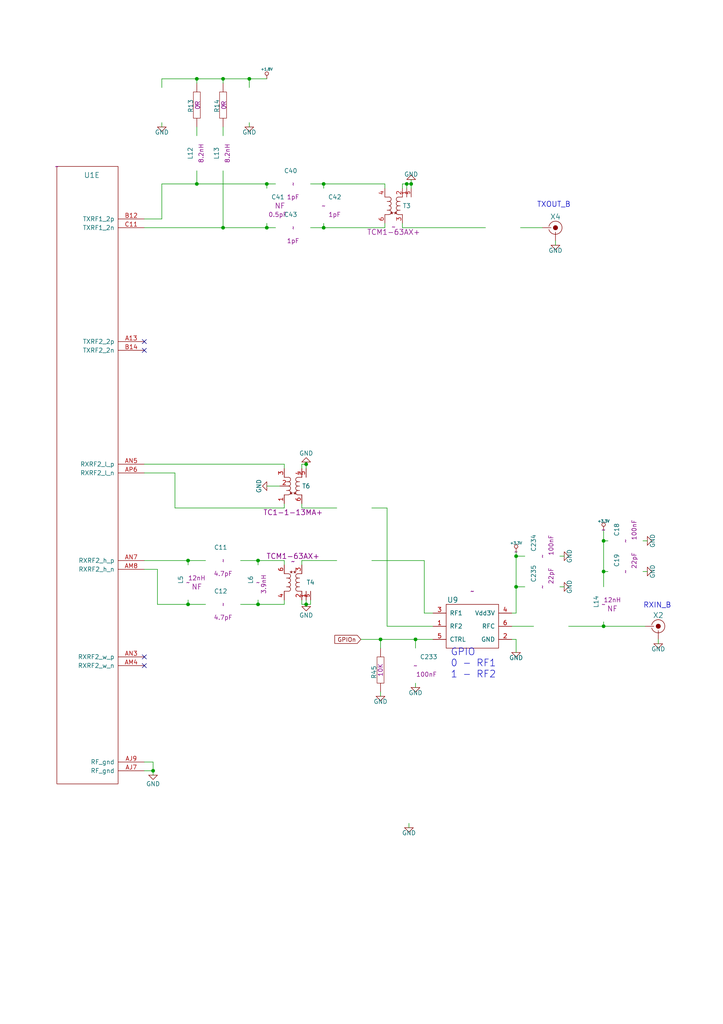
<source format=kicad_sch>
(kicad_sch (version 20211123) (generator eeschema)

  (uuid 46f9e900-e931-4b6a-8ca6-e269bcc2417e)

  (paper "User" 209.956 296.977)

  (title_block
    (title "uMyriadRF7002")
    (date "19 nov 2015")
    (rev "v2")
    (comment 1 "WORK IS COVERED UNDER A CREATIVE COMMONS LICENSE (CC BY 3.0)")
  )

  (lib_symbols
    (symbol "uMyriad7002-rescue:+1.8V" (power) (pin_names (offset 0)) (in_bom yes) (on_board yes)
      (property "Reference" "#PWR" (id 0) (at 0 3.556 0)
        (effects (font (size 0.508 0.508)) hide)
      )
      (property "Value" "+1.8V" (id 1) (at 0 2.794 0)
        (effects (font (size 0.762 0.762)))
      )
      (property "Footprint" "" (id 2) (at 0 0 0)
        (effects (font (size 1.524 1.524)))
      )
      (property "Datasheet" "" (id 3) (at 0 0 0)
        (effects (font (size 1.524 1.524)))
      )
      (symbol "+1.8V_0_0"
        (polyline
          (pts
            (xy 0 0)
            (xy 0 1.016)
            (xy 0 1.016)
          )
          (stroke (width 0) (type default) (color 0 0 0 0))
          (fill (type none))
        )
        (pin power_in line (at 0 0 90) (length 0) hide
          (name "+1.8V" (effects (font (size 0.508 0.508))))
          (number "1" (effects (font (size 0.508 0.508))))
        )
      )
      (symbol "+1.8V_0_1"
        (circle (center 0 1.524) (radius 0.508)
          (stroke (width 0) (type default) (color 0 0 0 0))
          (fill (type none))
        )
      )
    )
    (symbol "uMyriad7002-rescue:+3.3V" (power) (pin_names (offset 0)) (in_bom yes) (on_board yes)
      (property "Reference" "#PWR" (id 0) (at 0 -1.016 0)
        (effects (font (size 0.762 0.762)) hide)
      )
      (property "Value" "+3.3V" (id 1) (at 0 2.794 0)
        (effects (font (size 0.762 0.762)))
      )
      (property "Footprint" "" (id 2) (at 0 0 0)
        (effects (font (size 1.524 1.524)))
      )
      (property "Datasheet" "" (id 3) (at 0 0 0)
        (effects (font (size 1.524 1.524)))
      )
      (symbol "+3.3V_0_0"
        (pin power_in line (at 0 0 90) (length 0) hide
          (name "+3.3V" (effects (font (size 0.762 0.762))))
          (number "1" (effects (font (size 0.762 0.762))))
        )
      )
      (symbol "+3.3V_0_1"
        (polyline
          (pts
            (xy 0 0)
            (xy 0 1.016)
            (xy 0 1.016)
          )
          (stroke (width 0) (type default) (color 0 0 0 0))
          (fill (type none))
        )
        (circle (center 0 1.524) (radius 0.508)
          (stroke (width 0) (type default) (color 0 0 0 0))
          (fill (type none))
        )
      )
    )
    (symbol "uMyriad7002-rescue:0R_0805" (pin_numbers hide) (pin_names (offset 0)) (in_bom yes) (on_board yes)
      (property "Reference" "R" (id 0) (at -0.254 1.778 0)
        (effects (font (size 1.27 1.27)))
      )
      (property "Value" "0R_0805" (id 1) (at -0.635 4.445 0)
        (effects (font (size 1.27 1.27)) hide)
      )
      (property "Footprint" "SMD0805" (id 2) (at -1.27 6.35 0)
        (effects (font (size 1.524 1.524)) hide)
      )
      (property "Datasheet" "" (id 3) (at 0 0 90)
        (effects (font (size 1.524 1.524)))
      )
      (property "Vendor" "Digi-Key" (id 4) (at 0 16.764 0)
        (effects (font (size 1.524 1.524)) hide)
      )
      (property "Vendor Part Number" "311-0.0ARCT-ND" (id 5) (at 0.508 18.542 0)
        (effects (font (size 1.524 1.524)) hide)
      )
      (property "Manufacturer" "Yageo" (id 6) (at 0.254 14.478 0)
        (effects (font (size 1.524 1.524)) hide)
      )
      (property "Manufacturer Part Number" "RC0805JR-070RL" (id 7) (at 0.508 11.176 0)
        (effects (font (size 1.524 1.524)) hide)
      )
      (property "Description" "RES SMD 0.0 OHM JUMPER 1/8W 0805" (id 8) (at 0 8.636 0)
        (effects (font (size 1.524 1.524)) hide)
      )
      (property "Component Value" "0R" (id 9) (at 0 -0.254 0)
        (effects (font (size 1.27 1.27)))
      )
      (property "ki_fp_filters" "R? SM0603 SM0805 R?-* SM1206" (id 10) (at 0 0 0)
        (effects (font (size 1.27 1.27)) hide)
      )
      (symbol "0R_0805_0_1"
        (rectangle (start 3.81 1.016) (end -3.81 -1.016)
          (stroke (width 0.127) (type default) (color 0 0 0 0))
          (fill (type none))
        )
      )
      (symbol "0R_0805_1_1"
        (pin passive line (at 6.35 0 180) (length 2.54)
          (name "1" (effects (font (size 0 0))))
          (number "1" (effects (font (size 1.524 1.524))))
        )
        (pin passive line (at -6.35 0 0) (length 2.54)
          (name "2" (effects (font (size 0 0))))
          (number "2" (effects (font (size 1.524 1.524))))
        )
      )
    )
    (symbol "uMyriad7002-rescue:10K_0402" (pin_numbers hide) (pin_names (offset 0)) (in_bom yes) (on_board yes)
      (property "Reference" "R" (id 0) (at -1.778 -0.254 90)
        (effects (font (size 1.27 1.27)))
      )
      (property "Value" "10K_0402" (id 1) (at -4.445 -0.635 90)
        (effects (font (size 1.27 1.27)) hide)
      )
      (property "Footprint" "SMD0402" (id 2) (at -7.62 -0.635 90)
        (effects (font (size 1.524 1.524)) hide)
      )
      (property "Datasheet" "" (id 3) (at 0 0 0)
        (effects (font (size 1.524 1.524)))
      )
      (property "Vendor" "Digi-Key" (id 4) (at 4.572 2.54 90)
        (effects (font (size 1.524 1.524)) hide)
      )
      (property "Vendor Part Number" "RMCF0402FT10K0CT-ND" (id 5) (at 7.112 5.08 90)
        (effects (font (size 1.524 1.524)) hide)
      )
      (property "Manufacturer" "Stackpole Electronics Inc" (id 6) (at 9.652 7.62 90)
        (effects (font (size 1.524 1.524)) hide)
      )
      (property "Manufacturer Part Number" "RMCF0402FT10K0" (id 7) (at 12.192 10.16 90)
        (effects (font (size 1.524 1.524)) hide)
      )
      (property "Description" "RES 10K OHM 1/16W 1% 0402" (id 8) (at 14.732 12.7 90)
        (effects (font (size 1.524 1.524)) hide)
      )
      (property "Component Value" "10K" (id 9) (at 0.254 0 90)
        (effects (font (size 1.27 1.27)))
      )
      (property "ki_fp_filters" "R? SM0603 SM0805 R?-* SM1206" (id 10) (at 0 0 0)
        (effects (font (size 1.27 1.27)) hide)
      )
      (symbol "10K_0402_0_1"
        (rectangle (start -1.016 3.81) (end 1.016 -3.81)
          (stroke (width 0.127) (type default) (color 0 0 0 0))
          (fill (type none))
        )
      )
      (symbol "10K_0402_1_1"
        (pin passive line (at 0 6.35 270) (length 2.54)
          (name "1" (effects (font (size 0 0))))
          (number "1" (effects (font (size 1.524 1.524))))
        )
        (pin passive line (at 0 -6.35 90) (length 2.54)
          (name "2" (effects (font (size 0 0))))
          (number "2" (effects (font (size 1.524 1.524))))
        )
      )
    )
    (symbol "uMyriad7002-rescue:GND" (power) (pin_names (offset 0)) (in_bom yes) (on_board yes)
      (property "Reference" "#PWR" (id 0) (at 0 0 0)
        (effects (font (size 0.762 0.762)) hide)
      )
      (property "Value" "GND" (id 1) (at 0 -1.778 0)
        (effects (font (size 0.762 0.762)) hide)
      )
      (property "Footprint" "" (id 2) (at 0 0 0)
        (effects (font (size 1.524 1.524)))
      )
      (property "Datasheet" "" (id 3) (at 0 0 0)
        (effects (font (size 1.524 1.524)))
      )
      (symbol "GND_0_1"
        (polyline
          (pts
            (xy -1.27 0)
            (xy 0 -1.27)
            (xy 1.27 0)
            (xy -1.27 0)
          )
          (stroke (width 0) (type default) (color 0 0 0 0))
          (fill (type none))
        )
      )
      (symbol "GND_1_1"
        (pin power_in line (at 0 0 90) (length 0) hide
          (name "GND" (effects (font (size 0.762 0.762))))
          (number "1" (effects (font (size 0.762 0.762))))
        )
      )
    )
    (symbol "uMyriad7002-rescue:LMS7002" (pin_names (offset 1.016)) (in_bom yes) (on_board yes)
      (property "Reference" "U" (id 0) (at 20.32 -2.54 0)
        (effects (font (size 1.524 1.524)))
      )
      (property "Value" "LMS7002" (id 1) (at 20.32 -5.08 0)
        (effects (font (size 1.524 1.524)))
      )
      (property "Footprint" "aQFN-261" (id 2) (at 10.16 3.81 0)
        (effects (font (size 1.524 1.524)) hide)
      )
      (property "Datasheet" "" (id 3) (at 0 0 0)
        (effects (font (size 1.524 1.524)))
      )
      (property "ki_locked" "" (id 4) (at 0 0 0)
        (effects (font (size 1.27 1.27)))
      )
      (symbol "LMS7002_1_1"
        (rectangle (start 0 0) (end 20.32 -171.45)
          (stroke (width 0) (type default) (color 0 0 0 0))
          (fill (type none))
        )
        (pin input line (at -7.62 -73.66 0) (length 7.62)
          (name "FCLK1" (effects (font (size 1.27 1.27))))
          (number "AA33" (effects (font (size 1.27 1.27))))
        )
        (pin output line (at -7.62 -111.76 0) (length 7.62)
          (name "DIQ10_1" (effects (font (size 1.27 1.27))))
          (number "AB30" (effects (font (size 1.27 1.27))))
        )
        (pin output line (at -7.62 -114.3 0) (length 7.62)
          (name "DIQ11_1" (effects (font (size 1.27 1.27))))
          (number "AB32" (effects (font (size 1.27 1.27))))
        )
        (pin input line (at -7.62 -71.12 0) (length 7.62)
          (name "MCLK1" (effects (font (size 1.27 1.27))))
          (number "AB34" (effects (font (size 1.27 1.27))))
        )
        (pin output line (at -7.62 -99.06 0) (length 7.62)
          (name "DIQ5_1" (effects (font (size 1.27 1.27))))
          (number "AC29" (effects (font (size 1.27 1.27))))
        )
        (pin output line (at -7.62 -106.68 0) (length 7.62)
          (name "DIQ8_1" (effects (font (size 1.27 1.27))))
          (number "AC31" (effects (font (size 1.27 1.27))))
        )
        (pin output line (at -7.62 -109.22 0) (length 7.62)
          (name "DIQ9_1" (effects (font (size 1.27 1.27))))
          (number "AC33" (effects (font (size 1.27 1.27))))
        )
        (pin output line (at -7.62 -96.52 0) (length 7.62)
          (name "DIQ4_1" (effects (font (size 1.27 1.27))))
          (number "AD30" (effects (font (size 1.27 1.27))))
        )
        (pin output line (at -7.62 -104.14 0) (length 7.62)
          (name "DIQ7_1" (effects (font (size 1.27 1.27))))
          (number "AD32" (effects (font (size 1.27 1.27))))
        )
        (pin output line (at -7.62 -93.98 0) (length 7.62)
          (name "DIQ3_1" (effects (font (size 1.27 1.27))))
          (number "AE31" (effects (font (size 1.27 1.27))))
        )
        (pin output line (at -7.62 -101.6 0) (length 7.62)
          (name "DIQ6_1" (effects (font (size 1.27 1.27))))
          (number "AE33" (effects (font (size 1.27 1.27))))
        )
        (pin output line (at -7.62 -88.9 0) (length 7.62)
          (name "DIQ1_1" (effects (font (size 1.27 1.27))))
          (number "AF30" (effects (font (size 1.27 1.27))))
        )
        (pin output line (at -7.62 -91.44 0) (length 7.62)
          (name "DIQ2_1" (effects (font (size 1.27 1.27))))
          (number "AF34" (effects (font (size 1.27 1.27))))
        )
        (pin output line (at -7.62 -86.36 0) (length 7.62)
          (name "DIQ0_1" (effects (font (size 1.27 1.27))))
          (number "AG31" (effects (font (size 1.27 1.27))))
        )
        (pin input line (at -7.62 -10.16 0) (length 7.62)
          (name "RxPLL_CLK" (effects (font (size 1.27 1.27))))
          (number "AM24" (effects (font (size 1.27 1.27))))
        )
        (pin output line (at -7.62 -147.32 0) (length 7.62)
          (name "tstao" (effects (font (size 1.27 1.27))))
          (number "B22" (effects (font (size 1.27 1.27))))
        )
        (pin bidirectional line (at -7.62 -163.83 0) (length 7.62)
          (name "SCL" (effects (font (size 1.27 1.27))))
          (number "C27" (effects (font (size 1.27 1.27))))
        )
        (pin input line (at -7.62 -134.62 0) (length 7.62)
          (name "SCLK" (effects (font (size 1.27 1.27))))
          (number "C29" (effects (font (size 1.27 1.27))))
        )
        (pin output line (at -7.62 -149.86 0) (length 7.62)
          (name "tstdo<0>" (effects (font (size 1.27 1.27))))
          (number "D22" (effects (font (size 1.27 1.27))))
        )
        (pin bidirectional line (at -7.62 -161.29 0) (length 7.62)
          (name "SDA" (effects (font (size 1.27 1.27))))
          (number "D26" (effects (font (size 1.27 1.27))))
        )
        (pin input line (at -7.62 -132.08 0) (length 7.62)
          (name "SEN" (effects (font (size 1.27 1.27))))
          (number "D28" (effects (font (size 1.27 1.27))))
        )
        (pin input line (at -7.62 -127 0) (length 7.62)
          (name "RESET" (effects (font (size 1.27 1.27))))
          (number "E27" (effects (font (size 1.27 1.27))))
        )
        (pin input line (at -7.62 -66.04 0) (length 7.62)
          (name "TxPLL_CLK" (effects (font (size 1.27 1.27))))
          (number "E5" (effects (font (size 1.27 1.27))))
        )
        (pin output line (at -7.62 -152.4 0) (length 7.62)
          (name "tstdo<1>" (effects (font (size 1.27 1.27))))
          (number "F22" (effects (font (size 1.27 1.27))))
        )
        (pin output line (at -7.62 -139.7 0) (length 7.62)
          (name "SDO" (effects (font (size 1.27 1.27))))
          (number "F28" (effects (font (size 1.27 1.27))))
        )
        (pin bidirectional line (at -7.62 -137.16 0) (length 7.62)
          (name "SDIO" (effects (font (size 1.27 1.27))))
          (number "F30" (effects (font (size 1.27 1.27))))
        )
        (pin input line (at -7.62 -30.48 0) (length 7.62)
          (name "DIQ0_2" (effects (font (size 1.27 1.27))))
          (number "H30" (effects (font (size 1.27 1.27))))
        )
        (pin input line (at -7.62 -33.02 0) (length 7.62)
          (name "DIQ1_2" (effects (font (size 1.27 1.27))))
          (number "J31" (effects (font (size 1.27 1.27))))
        )
        (pin input line (at -7.62 -35.56 0) (length 7.62)
          (name "DIQ2_2" (effects (font (size 1.27 1.27))))
          (number "K30" (effects (font (size 1.27 1.27))))
        )
        (pin input line (at -7.62 -38.1 0) (length 7.62)
          (name "DIQ3_2" (effects (font (size 1.27 1.27))))
          (number "K32" (effects (font (size 1.27 1.27))))
        )
        (pin input line (at -7.62 -43.18 0) (length 7.62)
          (name "DIQ5_2" (effects (font (size 1.27 1.27))))
          (number "K34" (effects (font (size 1.27 1.27))))
        )
        (pin input line (at -7.62 -40.64 0) (length 7.62)
          (name "DIQ4_2" (effects (font (size 1.27 1.27))))
          (number "L31" (effects (font (size 1.27 1.27))))
        )
        (pin input line (at -7.62 -45.72 0) (length 7.62)
          (name "DIQ6_2" (effects (font (size 1.27 1.27))))
          (number "M30" (effects (font (size 1.27 1.27))))
        )
        (pin input line (at -7.62 -48.26 0) (length 7.62)
          (name "DIQ7_2" (effects (font (size 1.27 1.27))))
          (number "M32" (effects (font (size 1.27 1.27))))
        )
        (pin input line (at -7.62 -50.8 0) (length 7.62)
          (name "DIQ8_2" (effects (font (size 1.27 1.27))))
          (number "N31" (effects (font (size 1.27 1.27))))
        )
        (pin input line (at -7.62 -53.34 0) (length 7.62)
          (name "DIQ9_2" (effects (font (size 1.27 1.27))))
          (number "N33" (effects (font (size 1.27 1.27))))
        )
        (pin input line (at -7.62 -55.88 0) (length 7.62)
          (name "DIQ10_2" (effects (font (size 1.27 1.27))))
          (number "P30" (effects (font (size 1.27 1.27))))
        )
        (pin input line (at -7.62 -58.42 0) (length 7.62)
          (name "DIQ11_2" (effects (font (size 1.27 1.27))))
          (number "P32" (effects (font (size 1.27 1.27))))
        )
        (pin input line (at -7.62 -15.24 0) (length 7.62)
          (name "MCLK_2" (effects (font (size 1.27 1.27))))
          (number "P34" (effects (font (size 1.27 1.27))))
        )
        (pin input line (at -7.62 -17.78 0) (length 7.62)
          (name "FCLK_2" (effects (font (size 1.27 1.27))))
          (number "R29" (effects (font (size 1.27 1.27))))
        )
        (pin input line (at -7.62 -27.94 0) (length 7.62)
          (name "IQSEL_Enable_2" (effects (font (size 1.27 1.27))))
          (number "R33" (effects (font (size 1.27 1.27))))
        )
        (pin input line (at -7.62 -78.74 0) (length 7.62)
          (name "TX_EN" (effects (font (size 1.27 1.27))))
          (number "U29" (effects (font (size 1.27 1.27))))
        )
        (pin bidirectional line (at -7.62 -20.32 0) (length 7.62)
          (name "TXNRX2" (effects (font (size 1.27 1.27))))
          (number "U31" (effects (font (size 1.27 1.27))))
        )
        (pin input line (at -7.62 -121.92 0) (length 7.62)
          (name "G_PWR_DWN" (effects (font (size 1.27 1.27))))
          (number "U33" (effects (font (size 1.27 1.27))))
        )
        (pin input line (at -7.62 -119.38 0) (length 7.62)
          (name "DIG_RST" (effects (font (size 1.27 1.27))))
          (number "V30" (effects (font (size 1.27 1.27))))
        )
        (pin bidirectional line (at -7.62 -76.2 0) (length 7.62)
          (name "TXNRX1" (effects (font (size 1.27 1.27))))
          (number "V32" (effects (font (size 1.27 1.27))))
        )
        (pin output line (at -7.62 -22.86 0) (length 7.62)
          (name "RX_EN" (effects (font (size 1.27 1.27))))
          (number "V34" (effects (font (size 1.27 1.27))))
        )
        (pin output line (at -7.62 -83.82 0) (length 7.62)
          (name "IQSEL_Enable_1" (effects (font (size 1.27 1.27))))
          (number "Y32" (effects (font (size 1.27 1.27))))
        )
      )
      (symbol "LMS7002_2_1"
        (rectangle (start 0 0) (end 43.18 -229.87)
          (stroke (width 0) (type default) (color 0 0 0 0))
          (fill (type none))
        )
        (pin input line (at 50.8 -43.18 180) (length 7.62)
          (name "DVDD_CGEN" (effects (font (size 1.27 1.27))))
          (number "A17" (effects (font (size 1.27 1.27))))
        )
        (pin input line (at -7.62 -17.78 0) (length 7.62)
          (name "DIGPRVDD1" (effects (font (size 1.27 1.27))))
          (number "AA29" (effects (font (size 1.27 1.27))))
        )
        (pin input line (at -7.62 -213.36 0) (length 7.62)
          (name "DIGPRGND1" (effects (font (size 1.27 1.27))))
          (number "AA31" (effects (font (size 1.27 1.27))))
        )
        (pin input line (at 50.8 -116.84 180) (length 7.62)
          (name "VDD14_RBB" (effects (font (size 1.27 1.27))))
          (number "AD4" (effects (font (size 1.27 1.27))))
        )
        (pin input line (at -7.62 -119.38 0) (length 7.62)
          (name "VDD12_TIA_RFE" (effects (font (size 1.27 1.27))))
          (number "AD6" (effects (font (size 1.27 1.27))))
        )
        (pin input line (at -7.62 -15.24 0) (length 7.62)
          (name "DIGPRVDD1" (effects (font (size 1.27 1.27))))
          (number "AE29" (effects (font (size 1.27 1.27))))
        )
        (pin input line (at -7.62 -111.76 0) (length 7.62)
          (name "VDD18_TIA_RFE" (effects (font (size 1.27 1.27))))
          (number "AE3" (effects (font (size 1.27 1.27))))
        )
        (pin input line (at 50.8 -119.38 180) (length 7.62)
          (name "VDD14_TIA_RFE" (effects (font (size 1.27 1.27))))
          (number "AF2" (effects (font (size 1.27 1.27))))
        )
        (pin input line (at -7.62 -220.98 0) (length 7.62)
          (name "DIGPRGND2" (effects (font (size 1.27 1.27))))
          (number "AF32" (effects (font (size 1.27 1.27))))
        )
        (pin input line (at -7.62 -109.22 0) (length 7.62)
          (name "VDD18_LDO_RX" (effects (font (size 1.27 1.27))))
          (number "AF4" (effects (font (size 1.27 1.27))))
        )
        (pin input line (at 50.8 -114.3 180) (length 7.62)
          (name "VDD14_LNA_RFE" (effects (font (size 1.27 1.27))))
          (number "AF6" (effects (font (size 1.27 1.27))))
        )
        (pin input line (at -7.62 -208.28 0) (length 7.62)
          (name "DIGPRGND1" (effects (font (size 1.27 1.27))))
          (number "AG29" (effects (font (size 1.27 1.27))))
        )
        (pin input line (at -7.62 -121.92 0) (length 7.62)
          (name "VDD12_LNA_RFE" (effects (font (size 1.27 1.27))))
          (number "AG5" (effects (font (size 1.27 1.27))))
        )
        (pin input line (at 50.8 -12.7 180) (length 7.62)
          (name "DIGPRVDD2" (effects (font (size 1.27 1.27))))
          (number "AH30" (effects (font (size 1.27 1.27))))
        )
        (pin input line (at 50.8 -195.58 180) (length 7.62)
          (name "GND_CP_SXR" (effects (font (size 1.27 1.27))))
          (number "AJ19" (effects (font (size 1.27 1.27))))
        )
        (pin input line (at 50.8 -90.17 180) (length 7.62)
          (name "VDD_AFE" (effects (font (size 1.27 1.27))))
          (number "AJ25" (effects (font (size 1.27 1.27))))
        )
        (pin input line (at 50.8 -193.04 180) (length 7.62)
          (name "GND_DIV_SXR" (effects (font (size 1.27 1.27))))
          (number "AK20" (effects (font (size 1.27 1.27))))
        )
        (pin input line (at 50.8 -105.41 180) (length 7.62)
          (name "VDD18_VCO_SXR" (effects (font (size 1.27 1.27))))
          (number "AK22" (effects (font (size 1.27 1.27))))
        )
        (pin input line (at 50.8 -76.2 180) (length 7.62)
          (name "VDD_CP_SXR" (effects (font (size 1.27 1.27))))
          (number "AL19" (effects (font (size 1.27 1.27))))
        )
        (pin input line (at -7.62 -53.34 0) (length 7.62)
          (name "DVDD_SXR" (effects (font (size 1.27 1.27))))
          (number "AL21" (effects (font (size 1.27 1.27))))
        )
        (pin input line (at 50.8 -219.71 180) (length 7.62)
          (name "GND_VCO_SXR" (effects (font (size 1.27 1.27))))
          (number "AL23" (effects (font (size 1.27 1.27))))
        )
        (pin input line (at 50.8 -66.04 180) (length 7.62)
          (name "VDD18_SXR" (effects (font (size 1.27 1.27))))
          (number "AM18" (effects (font (size 1.27 1.27))))
        )
        (pin input line (at 50.8 -78.74 180) (length 7.62)
          (name "VDD_DIV_SXR" (effects (font (size 1.27 1.27))))
          (number "AM20" (effects (font (size 1.27 1.27))))
        )
        (pin input line (at -7.62 -198.12 0) (length 7.62)
          (name "DGND_SXR" (effects (font (size 1.27 1.27))))
          (number "AM22" (effects (font (size 1.27 1.27))))
        )
        (pin input line (at 50.8 -102.87 180) (length 7.62)
          (name "VDD18_RXBUF" (effects (font (size 1.27 1.27))))
          (number "AM26" (effects (font (size 1.27 1.27))))
        )
        (pin input line (at 50.8 -81.28 180) (length 7.62)
          (name "VDD_MXLOBUF_RFE" (effects (font (size 1.27 1.27))))
          (number "AN17" (effects (font (size 1.27 1.27))))
        )
        (pin input line (at 50.8 -73.66 180) (length 7.62)
          (name "VDD12_VCO_SXR" (effects (font (size 1.27 1.27))))
          (number "AN23" (effects (font (size 1.27 1.27))))
        )
        (pin input line (at 50.8 -187.96 180) (length 7.62)
          (name "GND_RXBUF" (effects (font (size 1.27 1.27))))
          (number "AN25" (effects (font (size 1.27 1.27))))
        )
        (pin input line (at 50.8 -92.71 180) (length 7.62)
          (name "VDD12_RXBIF" (effects (font (size 1.27 1.27))))
          (number "AP26" (effects (font (size 1.27 1.27))))
        )
        (pin input line (at 50.8 -38.1 180) (length 7.62)
          (name "VDD_TPAD_TRF" (effects (font (size 1.27 1.27))))
          (number "B16" (effects (font (size 1.27 1.27))))
        )
        (pin input line (at 50.8 -204.47 180) (length 7.62)
          (name "DGND_CGEN" (effects (font (size 1.27 1.27))))
          (number "B18" (effects (font (size 1.27 1.27))))
        )
        (pin input line (at 50.8 -198.12 180) (length 7.62)
          (name "GND_CP_CGEN" (effects (font (size 1.27 1.27))))
          (number "B20" (effects (font (size 1.27 1.27))))
        )
        (pin input line (at 50.8 -55.88 180) (length 7.62)
          (name "VDD14_VCO_CGEN" (effects (font (size 1.27 1.27))))
          (number "C21" (effects (font (size 1.27 1.27))))
        )
        (pin input line (at -7.62 -203.2 0) (length 7.62)
          (name "GND_DIG" (effects (font (size 1.27 1.27))))
          (number "C23" (effects (font (size 1.27 1.27))))
        )
        (pin input line (at -7.62 -40.64 0) (length 7.62)
          (name "VDD12_DIG" (effects (font (size 1.27 1.27))))
          (number "C25" (effects (font (size 1.27 1.27))))
        )
        (pin input line (at 50.8 -227.33 180) (length 7.62)
          (name "GND_TLOBUF_TRF" (effects (font (size 1.27 1.27))))
          (number "C7" (effects (font (size 1.27 1.27))))
        )
        (pin input line (at 50.8 -33.02 180) (length 7.62)
          (name "VDD18_TRF" (effects (font (size 1.27 1.27))))
          (number "D16" (effects (font (size 1.27 1.27))))
        )
        (pin input line (at 50.8 -208.28 180) (length 7.62)
          (name "GND_DIV_CGEN" (effects (font (size 1.27 1.27))))
          (number "D20" (effects (font (size 1.27 1.27))))
        )
        (pin input line (at -7.62 -38.1 0) (length 7.62)
          (name "VDD18_DIG" (effects (font (size 1.27 1.27))))
          (number "D24" (effects (font (size 1.27 1.27))))
        )
        (pin input line (at 50.8 -20.32 180) (length 7.62)
          (name "VDDO_TLOBUF_TRF" (effects (font (size 1.27 1.27))))
          (number "D6" (effects (font (size 1.27 1.27))))
        )
        (pin input line (at 50.8 -30.48 180) (length 7.62)
          (name "VDD18_BIAS" (effects (font (size 1.27 1.27))))
          (number "E17" (effects (font (size 1.27 1.27))))
        )
        (pin input line (at 50.8 -45.72 180) (length 7.62)
          (name "VDD_DIV_CGEN" (effects (font (size 1.27 1.27))))
          (number "E19" (effects (font (size 1.27 1.27))))
        )
        (pin input line (at 50.8 -35.56 180) (length 7.62)
          (name "VDD18_VCO_CGEN" (effects (font (size 1.27 1.27))))
          (number "E21" (effects (font (size 1.27 1.27))))
        )
        (pin input line (at -7.62 -200.66 0) (length 7.62)
          (name "GND_SPI_BUF" (effects (font (size 1.27 1.27))))
          (number "E25" (effects (font (size 1.27 1.27))))
        )
        (pin input line (at 50.8 -50.8 180) (length 7.62)
          (name "VDD_CP_CGEN" (effects (font (size 1.27 1.27))))
          (number "F20" (effects (font (size 1.27 1.27))))
        )
        (pin input line (at -7.62 -45.72 0) (length 7.62)
          (name "VDD_SPI_BUF" (effects (font (size 1.27 1.27))))
          (number "F24" (effects (font (size 1.27 1.27))))
        )
        (pin input line (at 50.8 -200.66 180) (length 7.62)
          (name "GND_TXBUF" (effects (font (size 1.27 1.27))))
          (number "F6" (effects (font (size 1.27 1.27))))
        )
        (pin input line (at 50.8 -22.86 180) (length 7.62)
          (name "VDD_TLOBUF_TRF" (effects (font (size 1.27 1.27))))
          (number "F8" (effects (font (size 1.27 1.27))))
        )
        (pin input line (at -7.62 -63.5 0) (length 7.62)
          (name "VDD18_VCO_SXT" (effects (font (size 1.27 1.27))))
          (number "G3" (effects (font (size 1.27 1.27))))
        )
        (pin input line (at -7.62 -218.44 0) (length 7.62)
          (name "DIGPRGND2" (effects (font (size 1.27 1.27))))
          (number "G31" (effects (font (size 1.27 1.27))))
        )
        (pin output line (at -7.62 -83.82 0) (length 7.62)
          (name "VDD12_TXBUF" (effects (font (size 1.27 1.27))))
          (number "G5" (effects (font (size 1.27 1.27))))
        )
        (pin input line (at 50.8 -214.63 180) (length 7.62)
          (name "GND_TPAD_TRF" (effects (font (size 1.27 1.27))))
          (number "GND" (effects (font (size 1.27 1.27))))
        )
        (pin input line (at 50.8 -212.09 180) (length 7.62)
          (name "PSUB_TPAD_TRF" (effects (font (size 1.27 1.27))))
          (number "GND" (effects (font (size 1.27 1.27))))
        )
        (pin input line (at 50.8 -222.25 180) (length 7.62)
          (name "GND_VCO_SXT" (effects (font (size 1.27 1.27))))
          (number "H2" (effects (font (size 1.27 1.27))))
        )
        (pin input line (at 50.8 -10.16 180) (length 7.62)
          (name "DIGPRVDD2" (effects (font (size 1.27 1.27))))
          (number "H32" (effects (font (size 1.27 1.27))))
        )
        (pin input line (at -7.62 -60.96 0) (length 7.62)
          (name "VDD18_TXBUF" (effects (font (size 1.27 1.27))))
          (number "H6" (effects (font (size 1.27 1.27))))
        )
        (pin input line (at -7.62 -73.66 0) (length 7.62)
          (name "VDD_CP_SXT" (effects (font (size 1.27 1.27))))
          (number "J3" (effects (font (size 1.27 1.27))))
        )
        (pin input line (at -7.62 -205.74 0) (length 7.62)
          (name "DIGPRGND1" (effects (font (size 1.27 1.27))))
          (number "J33" (effects (font (size 1.27 1.27))))
        )
        (pin input line (at -7.62 -66.04 0) (length 7.62)
          (name "VDD12O_VCO_SXT" (effects (font (size 1.27 1.27))))
          (number "J5" (effects (font (size 1.27 1.27))))
        )
        (pin input line (at -7.62 -76.2 0) (length 7.62)
          (name "VDDO_DIV_SXT" (effects (font (size 1.27 1.27))))
          (number "K2" (effects (font (size 1.27 1.27))))
        )
        (pin input line (at -7.62 -190.5 0) (length 7.62)
          (name "GND_CP_SXT" (effects (font (size 1.27 1.27))))
          (number "K4" (effects (font (size 1.27 1.27))))
        )
        (pin input line (at -7.62 -68.58 0) (length 7.62)
          (name "VDD12_VCO_SXT" (effects (font (size 1.27 1.27))))
          (number "K6" (effects (font (size 1.27 1.27))))
        )
        (pin input line (at -7.62 -187.96 0) (length 7.62)
          (name "GND_DIV_SXT" (effects (font (size 1.27 1.27))))
          (number "L3" (effects (font (size 1.27 1.27))))
        )
        (pin input line (at -7.62 -12.7 0) (length 7.62)
          (name "DIGPRVDD1" (effects (font (size 1.27 1.27))))
          (number "L33" (effects (font (size 1.27 1.27))))
        )
        (pin input line (at -7.62 -78.74 0) (length 7.62)
          (name "VDD_DIV_SXT" (effects (font (size 1.27 1.27))))
          (number "L5" (effects (font (size 1.27 1.27))))
        )
        (pin input line (at -7.62 -55.88 0) (length 7.62)
          (name "DVDD_SXT" (effects (font (size 1.27 1.27))))
          (number "M4" (effects (font (size 1.27 1.27))))
        )
        (pin input line (at -7.62 -93.98 0) (length 7.62)
          (name "VDD18_LDO_TX" (effects (font (size 1.27 1.27))))
          (number "N1" (effects (font (size 1.27 1.27))))
        )
        (pin input line (at -7.62 -195.58 0) (length 7.62)
          (name "DGND_SXT" (effects (font (size 1.27 1.27))))
          (number "N3" (effects (font (size 1.27 1.27))))
        )
        (pin input line (at -7.62 -137.16 0) (length 7.62)
          (name "VDD_TBB" (effects (font (size 1.27 1.27))))
          (number "P4" (effects (font (size 1.27 1.27))))
        )
        (pin input line (at -7.62 -10.16 0) (length 7.62)
          (name "DIGPRVDD1" (effects (font (size 1.27 1.27))))
          (number "R31" (effects (font (size 1.27 1.27))))
        )
        (pin input line (at -7.62 -210.82 0) (length 7.62)
          (name "DIGPRGND1" (effects (font (size 1.27 1.27))))
          (number "T30" (effects (font (size 1.27 1.27))))
        )
        (pin input line (at 50.8 -7.62 180) (length 7.62)
          (name "DIGPRVDD2" (effects (font (size 1.27 1.27))))
          (number "T32" (effects (font (size 1.27 1.27))))
        )
        (pin input line (at -7.62 -215.9 0) (length 7.62)
          (name "DIGPRGND1" (effects (font (size 1.27 1.27))))
          (number "W29" (effects (font (size 1.27 1.27))))
        )
        (pin input line (at 50.8 -15.24 180) (length 7.62)
          (name "DIGPRPOC" (effects (font (size 1.27 1.27))))
          (number "W31" (effects (font (size 1.27 1.27))))
        )
        (pin input line (at 50.8 -5.08 180) (length 7.62)
          (name "DIGPRVDD2" (effects (font (size 1.27 1.27))))
          (number "W33" (effects (font (size 1.27 1.27))))
        )
        (pin input line (at -7.62 -223.52 0) (length 7.62)
          (name "DIGPRGND2" (effects (font (size 1.27 1.27))))
          (number "Y30" (effects (font (size 1.27 1.27))))
        )
      )
      (symbol "LMS7002_3_1"
        (rectangle (start 0 0) (end 29.21 -121.92)
          (stroke (width 0) (type default) (color 0 0 0 0))
          (fill (type none))
        )
        (pin input line (at 36.83 -22.86 180) (length 7.62)
          (name "ADCinIp_2" (effects (font (size 1.27 1.27))))
          (number "AA1" (effects (font (size 1.27 1.27))))
        )
        (pin input line (at 36.83 -27.94 180) (length 7.62)
          (name "ADCinQp_2" (effects (font (size 1.27 1.27))))
          (number "AA3" (effects (font (size 1.27 1.27))))
        )
        (pin output line (at -7.62 -73.66 0) (length 7.62)
          (name "RXOUTQN_1" (effects (font (size 1.27 1.27))))
          (number "AA5" (effects (font (size 1.27 1.27))))
        )
        (pin output line (at -7.62 -68.58 0) (length 7.62)
          (name "RXOUTIN_1" (effects (font (size 1.27 1.27))))
          (number "AB2" (effects (font (size 1.27 1.27))))
        )
        (pin output line (at -7.62 -71.12 0) (length 7.62)
          (name "RXOUTQP_1" (effects (font (size 1.27 1.27))))
          (number "AB4" (effects (font (size 1.27 1.27))))
        )
        (pin output line (at -7.62 -85.09 0) (length 7.62)
          (name "RXOUTQN_2" (effects (font (size 1.27 1.27))))
          (number "AB6" (effects (font (size 1.27 1.27))))
        )
        (pin output line (at -7.62 -80.01 0) (length 7.62)
          (name "RXOUTIN_2" (effects (font (size 1.27 1.27))))
          (number "AC3" (effects (font (size 1.27 1.27))))
        )
        (pin output line (at -7.62 -82.55 0) (length 7.62)
          (name "RXOUTQP_2" (effects (font (size 1.27 1.27))))
          (number "AC5" (effects (font (size 1.27 1.27))))
        )
        (pin output line (at -7.62 -77.47 0) (length 7.62)
          (name "RXOUTIP_2" (effects (font (size 1.27 1.27))))
          (number "AD2" (effects (font (size 1.27 1.27))))
        )
        (pin input line (at -7.62 -119.38 0) (length 7.62)
          (name "vr_rext_10k" (effects (font (size 1.27 1.27))))
          (number "F18" (effects (font (size 1.27 1.27))))
        )
        (pin input line (at -7.62 -13.97 0) (length 7.62)
          (name "TXININ_1" (effects (font (size 1.27 1.27))))
          (number "P2" (effects (font (size 1.27 1.27))))
        )
        (pin input line (at -7.62 -11.43 0) (length 7.62)
          (name "TXINIP_1" (effects (font (size 1.27 1.27))))
          (number "R3" (effects (font (size 1.27 1.27))))
        )
        (pin input line (at -7.62 -19.05 0) (length 7.62)
          (name "TXINQN_1" (effects (font (size 1.27 1.27))))
          (number "R5" (effects (font (size 1.27 1.27))))
        )
        (pin input line (at -7.62 -16.51 0) (length 7.62)
          (name "TXINQP_1" (effects (font (size 1.27 1.27))))
          (number "T4" (effects (font (size 1.27 1.27))))
        )
        (pin input line (at -7.62 -30.48 0) (length 7.62)
          (name "TXINQN_2" (effects (font (size 1.27 1.27))))
          (number "T6" (effects (font (size 1.27 1.27))))
        )
        (pin input line (at -7.62 -25.4 0) (length 7.62)
          (name "TXININ_2" (effects (font (size 1.27 1.27))))
          (number "U1" (effects (font (size 1.27 1.27))))
        )
        (pin input line (at -7.62 -22.86 0) (length 7.62)
          (name "TXINIP_2" (effects (font (size 1.27 1.27))))
          (number "U3" (effects (font (size 1.27 1.27))))
        )
        (pin input line (at 36.83 -13.97 180) (length 7.62)
          (name "ADCinIn_1" (effects (font (size 1.27 1.27))))
          (number "U5" (effects (font (size 1.27 1.27))))
        )
        (pin input line (at -7.62 -27.94 0) (length 7.62)
          (name "TXINQP_2" (effects (font (size 1.27 1.27))))
          (number "V2" (effects (font (size 1.27 1.27))))
        )
        (pin input line (at 36.83 -11.43 180) (length 7.62)
          (name "ADCinIp_1" (effects (font (size 1.27 1.27))))
          (number "V4" (effects (font (size 1.27 1.27))))
        )
        (pin input line (at 36.83 -25.4 180) (length 7.62)
          (name "ADCinIn_2" (effects (font (size 1.27 1.27))))
          (number "V6" (effects (font (size 1.27 1.27))))
        )
        (pin input line (at 36.83 -19.05 180) (length 7.62)
          (name "ADCinQn_1" (effects (font (size 1.27 1.27))))
          (number "W3" (effects (font (size 1.27 1.27))))
        )
        (pin input line (at 36.83 -16.51 180) (length 7.62)
          (name "ADCinQp_1" (effects (font (size 1.27 1.27))))
          (number "Y2" (effects (font (size 1.27 1.27))))
        )
        (pin input line (at 36.83 -30.48 180) (length 7.62)
          (name "ADCinQn_2" (effects (font (size 1.27 1.27))))
          (number "Y4" (effects (font (size 1.27 1.27))))
        )
        (pin output line (at -7.62 -66.04 0) (length 7.62)
          (name "RXOUTIP_1" (effects (font (size 1.27 1.27))))
          (number "Y6" (effects (font (size 1.27 1.27))))
        )
      )
      (symbol "LMS7002_4_1"
        (rectangle (start 0 0) (end 17.78 -179.07)
          (stroke (width 0) (type default) (color 0 0 0 0))
          (fill (type none))
        )
        (pin input line (at 25.4 -17.78 180) (length 7.62)
          (name "TXRF1_1n" (effects (font (size 1.27 1.27))))
          (number "A7" (effects (font (size 1.27 1.27))))
        )
        (pin output line (at 25.4 -50.8 180) (length 7.62)
          (name "TXRF2_1p" (effects (font (size 1.27 1.27))))
          (number "A9" (effects (font (size 1.27 1.27))))
        )
        (pin input line (at 25.4 -116.84 180) (length 7.62)
          (name "RXRF1_n_h" (effects (font (size 1.27 1.27))))
          (number "AJ15" (effects (font (size 1.27 1.27))))
        )
        (pin input line (at 25.4 -173.99 180) (length 7.62)
          (name "RF_gnd" (effects (font (size 1.27 1.27))))
          (number "AK12" (effects (font (size 1.27 1.27))))
        )
        (pin input line (at 25.4 -114.3 180) (length 7.62)
          (name "RXRF1_p_h" (effects (font (size 1.27 1.27))))
          (number "AK14" (effects (font (size 1.27 1.27))))
        )
        (pin input line (at 25.4 -171.45 180) (length 7.62)
          (name "RF_gnd" (effects (font (size 1.27 1.27))))
          (number "AL13" (effects (font (size 1.27 1.27))))
        )
        (pin input line (at 25.4 -88.9 180) (length 7.62)
          (name "RXRF1_n_l" (effects (font (size 1.27 1.27))))
          (number "AM12" (effects (font (size 1.27 1.27))))
        )
        (pin input line (at 25.4 -86.36 180) (length 7.62)
          (name "RXRF1_p_l" (effects (font (size 1.27 1.27))))
          (number "AN11" (effects (font (size 1.27 1.27))))
        )
        (pin input line (at 25.4 -142.24 180) (length 7.62)
          (name "RXRF1_p_w" (effects (font (size 1.27 1.27))))
          (number "AN9" (effects (font (size 1.27 1.27))))
        )
        (pin input line (at 25.4 -144.78 180) (length 7.62)
          (name "RXRF1_n_w" (effects (font (size 1.27 1.27))))
          (number "AP10" (effects (font (size 1.27 1.27))))
        )
        (pin output line (at 25.4 -53.34 180) (length 7.62)
          (name "TXRF2_1n" (effects (font (size 1.27 1.27))))
          (number "B10" (effects (font (size 1.27 1.27))))
        )
        (pin input line (at 25.4 -15.24 180) (length 7.62)
          (name "TXRF1_1p" (effects (font (size 1.27 1.27))))
          (number "B8" (effects (font (size 1.27 1.27))))
        )
      )
      (symbol "LMS7002_5_1"
        (rectangle (start 0 0) (end 17.78 -179.07)
          (stroke (width 0) (type default) (color 0 0 0 0))
          (fill (type none))
        )
        (pin input line (at 25.4 -50.8 180) (length 7.62)
          (name "TXRF2_2p" (effects (font (size 1.27 1.27))))
          (number "A13" (effects (font (size 1.27 1.27))))
        )
        (pin input line (at 25.4 -175.26 180) (length 7.62)
          (name "RF_gnd" (effects (font (size 1.27 1.27))))
          (number "AJ7" (effects (font (size 1.27 1.27))))
        )
        (pin input line (at 25.4 -172.72 180) (length 7.62)
          (name "RF_gnd" (effects (font (size 1.27 1.27))))
          (number "AJ9" (effects (font (size 1.27 1.27))))
        )
        (pin input line (at 25.4 -144.78 180) (length 7.62)
          (name "RXRF2_w_n" (effects (font (size 1.27 1.27))))
          (number "AM4" (effects (font (size 1.27 1.27))))
        )
        (pin input line (at 25.4 -116.84 180) (length 7.62)
          (name "RXRF2_h_n" (effects (font (size 1.27 1.27))))
          (number "AM8" (effects (font (size 1.27 1.27))))
        )
        (pin input line (at 25.4 -142.24 180) (length 7.62)
          (name "RXRF2_w_p" (effects (font (size 1.27 1.27))))
          (number "AN3" (effects (font (size 1.27 1.27))))
        )
        (pin input line (at 25.4 -86.36 180) (length 7.62)
          (name "RXRF2_l_p" (effects (font (size 1.27 1.27))))
          (number "AN5" (effects (font (size 1.27 1.27))))
        )
        (pin input line (at 25.4 -114.3 180) (length 7.62)
          (name "RXRF2_h_p" (effects (font (size 1.27 1.27))))
          (number "AN7" (effects (font (size 1.27 1.27))))
        )
        (pin input line (at 25.4 -88.9 180) (length 7.62)
          (name "RXRF2_l_n" (effects (font (size 1.27 1.27))))
          (number "AP6" (effects (font (size 1.27 1.27))))
        )
        (pin input line (at 25.4 -15.24 180) (length 7.62)
          (name "TXRF1_2p" (effects (font (size 1.27 1.27))))
          (number "B12" (effects (font (size 1.27 1.27))))
        )
        (pin input line (at 25.4 -53.34 180) (length 7.62)
          (name "TXRF2_2n" (effects (font (size 1.27 1.27))))
          (number "B14" (effects (font (size 1.27 1.27))))
        )
        (pin input line (at 25.4 -17.78 180) (length 7.62)
          (name "TXRF1_2n" (effects (font (size 1.27 1.27))))
          (number "C11" (effects (font (size 1.27 1.27))))
        )
      )
    )
    (symbol "uMyriad7002-rescue:PE4245" (pin_names (offset 1.016)) (in_bom yes) (on_board yes)
      (property "Reference" "U" (id 0) (at 7.62 3.81 0)
        (effects (font (size 1.524 1.524)))
      )
      (property "Value" "PE4245" (id 1) (at 7.62 1.27 0)
        (effects (font (size 1.524 1.524)))
      )
      (property "Footprint" "6-DFN" (id 2) (at 5.08 1.27 0)
        (effects (font (size 1.524 1.524)) hide)
      )
      (property "Datasheet" "" (id 3) (at 7.62 3.81 0)
        (effects (font (size 1.524 1.524)))
      )
      (property "Supplier" "Digi-Key" (id 4) (at 10.16 6.35 0)
        (effects (font (size 1.524 1.524)) hide)
      )
      (property "Supplier Part Number" "1046-1024-1-ND" (id 5) (at 12.7 8.89 0)
        (effects (font (size 1.524 1.524)) hide)
      )
      (property "Manufacturer" "Peregrine Semiconductor" (id 6) (at 15.24 11.43 0)
        (effects (font (size 1.524 1.524)) hide)
      )
      (property "Manufacturer Part Number" "4245-52" (id 7) (at 17.78 13.97 0)
        (effects (font (size 1.524 1.524)) hide)
      )
      (property "Description" "IC RF SWITCH SPDT 50 OHM 6-DFN" (id 8) (at 20.32 16.51 0)
        (effects (font (size 1.524 1.524)) hide)
      )
      (symbol "PE4245_0_1"
        (rectangle (start 0 0) (end 15.24 -12.7)
          (stroke (width 0) (type default) (color 0 0 0 0))
          (fill (type none))
        )
      )
      (symbol "PE4245_1_1"
        (pin input line (at -3.81 -6.35 0) (length 3.81)
          (name "RF2" (effects (font (size 1.27 1.27))))
          (number "1" (effects (font (size 1.27 1.27))))
        )
        (pin input line (at 19.05 -10.16 180) (length 3.81)
          (name "GND" (effects (font (size 1.27 1.27))))
          (number "2" (effects (font (size 1.27 1.27))))
        )
        (pin input line (at -3.81 -2.54 0) (length 3.81)
          (name "RF1" (effects (font (size 1.27 1.27))))
          (number "3" (effects (font (size 1.27 1.27))))
        )
        (pin output line (at 19.05 -2.54 180) (length 3.81)
          (name "Vdd3V" (effects (font (size 1.27 1.27))))
          (number "4" (effects (font (size 1.27 1.27))))
        )
        (pin input line (at -3.81 -10.16 0) (length 3.81)
          (name "CTRL" (effects (font (size 1.27 1.27))))
          (number "5" (effects (font (size 1.27 1.27))))
        )
        (pin output line (at 19.05 -6.35 180) (length 3.81)
          (name "RFC" (effects (font (size 1.27 1.27))))
          (number "6" (effects (font (size 1.27 1.27))))
        )
      )
    )
    (symbol "uMyriad7002-rescue:TR_TC1" (pin_names (offset 1.016) hide) (in_bom yes) (on_board yes)
      (property "Reference" "T" (id 0) (at 0 6.096 0)
        (effects (font (size 1.27 1.27)))
      )
      (property "Value" "TR_TC1" (id 1) (at 0 9.525 0)
        (effects (font (size 1.27 1.27)) hide)
      )
      (property "Footprint" "TC1-1-13MA+" (id 2) (at 0.635 12.065 0)
        (effects (font (size 1.524 1.524)) hide)
      )
      (property "Datasheet" "" (id 3) (at 0 6.096 0)
        (effects (font (size 1.524 1.524)))
      )
      (property "Manufacturer" "Mini-Circuits" (id 4) (at 1.27 20.955 0)
        (effects (font (size 1.524 1.524)) hide)
      )
      (property "Vendor" "Municom" (id 5) (at 0 23.495 0)
        (effects (font (size 1.524 1.524)) hide)
      )
      (property "Description" "RF Transformer; 4.5 - 3000 MHz; RF Power 0.25 Watt; Ratio 1:1; 50 Ohm;" (id 6) (at 5.715 15.24 0)
        (effects (font (size 1.524 1.524)) hide)
      )
      (property "Manufacturer Part Number" "TC1-1-13MA+" (id 7) (at 3.175 18.415 0)
        (effects (font (size 1.524 1.524)) hide)
      )
      (property "Vendor Part Number" "TC1-1-13MA+" (id 8) (at 1.27 26.67 0)
        (effects (font (size 1.524 1.524)) hide)
      )
      (property "Component Value" "TC1-1-13MA+" (id 9) (at 0 -7.62 0)
        (effects (font (size 1.524 1.524)))
      )
      (symbol "TR_TC1_0_0"
        (polyline
          (pts
            (xy -1.27 -1.27)
            (xy -1.905 -1.27)
          )
          (stroke (width 0) (type default) (color 0 0 0 0))
          (fill (type none))
        )
        (polyline
          (pts
            (xy -1.27 1.27)
            (xy -1.905 1.27)
          )
          (stroke (width 0) (type default) (color 0 0 0 0))
          (fill (type none))
        )
        (polyline
          (pts
            (xy 1.27 -1.27)
            (xy 1.905 -1.27)
          )
          (stroke (width 0) (type default) (color 0 0 0 0))
          (fill (type none))
        )
        (polyline
          (pts
            (xy 1.27 0)
            (xy 1.905 0)
          )
          (stroke (width 0) (type default) (color 0 0 0 0))
          (fill (type none))
        )
        (polyline
          (pts
            (xy 1.27 1.27)
            (xy 1.905 1.27)
          )
          (stroke (width 0) (type default) (color 0 0 0 0))
          (fill (type none))
        )
        (text "*" (at -0.508 2.54 0)
          (effects (font (size 1.524 1.524)))
        )
        (text "*" (at 0.508 2.54 0)
          (effects (font (size 1.524 1.524)))
        )
      )
      (symbol "TR_TC1_0_1"
        (arc (start -1.3462 -2.5654) (mid -0.7112 -1.9304) (end -1.3462 -1.2954)
          (stroke (width 0) (type default) (color 0 0 0 0))
          (fill (type none))
        )
        (arc (start -1.3462 -1.2954) (mid -0.7112 -0.6604) (end -1.3462 -0.0254)
          (stroke (width 0) (type default) (color 0 0 0 0))
          (fill (type none))
        )
        (arc (start -1.3462 -0.0254) (mid -0.7112 0.6096) (end -1.3462 1.2446)
          (stroke (width 0) (type default) (color 0 0 0 0))
          (fill (type none))
        )
        (arc (start -1.3462 1.2446) (mid -0.7112 1.8796) (end -1.3462 2.5146)
          (stroke (width 0) (type default) (color 0 0 0 0))
          (fill (type none))
        )
        (polyline
          (pts
            (xy -2.54 2.54)
            (xy -1.397 2.54)
          )
          (stroke (width 0) (type default) (color 0 0 0 0))
          (fill (type none))
        )
        (polyline
          (pts
            (xy -1.397 -2.54)
            (xy -2.54 -2.54)
          )
          (stroke (width 0) (type default) (color 0 0 0 0))
          (fill (type none))
        )
        (polyline
          (pts
            (xy 1.397 -2.54)
            (xy 2.54 -2.54)
          )
          (stroke (width 0) (type default) (color 0 0 0 0))
          (fill (type none))
        )
        (polyline
          (pts
            (xy 1.397 2.54)
            (xy 2.54 2.54)
          )
          (stroke (width 0) (type default) (color 0 0 0 0))
          (fill (type none))
        )
        (arc (start 1.397 -1.27) (mid 0.762 -1.905) (end 1.397 -2.54)
          (stroke (width 0) (type default) (color 0 0 0 0))
          (fill (type none))
        )
        (arc (start 1.397 0) (mid 0.762 -0.635) (end 1.397 -1.27)
          (stroke (width 0) (type default) (color 0 0 0 0))
          (fill (type none))
        )
        (arc (start 1.397 1.27) (mid 0.762 0.635) (end 1.397 0)
          (stroke (width 0) (type default) (color 0 0 0 0))
          (fill (type none))
        )
        (arc (start 1.397 2.54) (mid 0.762 1.905) (end 1.397 1.27)
          (stroke (width 0) (type default) (color 0 0 0 0))
          (fill (type none))
        )
      )
      (symbol "TR_TC1_1_1"
        (pin input line (at -2.54 5.08 270) (length 2.54)
          (name "1" (effects (font (size 1.27 1.27))))
          (number "1" (effects (font (size 1.27 1.27))))
        )
        (pin input line (at -3.81 0 0) (length 2.54)
          (name "2" (effects (font (size 1.27 1.27))))
          (number "2" (effects (font (size 1.27 1.27))))
        )
        (pin input line (at -2.54 -5.08 90) (length 2.54)
          (name "3" (effects (font (size 1.27 1.27))))
          (number "3" (effects (font (size 1.27 1.27))))
        )
        (pin input line (at 2.54 -5.08 90) (length 2.54)
          (name "4" (effects (font (size 1.27 1.27))))
          (number "4" (effects (font (size 1.27 1.27))))
        )
        (pin input line (at 3.81 -5.08 90) (length 2.54)
          (name "5" (effects (font (size 1.27 1.27))))
          (number "5" (effects (font (size 1.27 1.27))))
        )
        (pin input line (at 2.54 5.08 270) (length 2.54)
          (name "6" (effects (font (size 1.27 1.27))))
          (number "6" (effects (font (size 1.27 1.27))))
        )
      )
      (symbol "TR_TC1_1_2"
        (pin input line (at -2.54 5.08 270) (length 2.54)
          (name "1" (effects (font (size 1.27 1.27))))
          (number "1" (effects (font (size 1.27 1.27))))
        )
        (pin input line (at -3.81 0 0) (length 2.54)
          (name "2" (effects (font (size 1.27 1.27))))
          (number "2" (effects (font (size 1.27 1.27))))
        )
        (pin input line (at -2.54 -5.08 90) (length 2.54)
          (name "3" (effects (font (size 1.27 1.27))))
          (number "3" (effects (font (size 1.27 1.27))))
        )
        (pin input line (at 2.54 -5.08 90) (length 2.54)
          (name "4" (effects (font (size 1.27 1.27))))
          (number "4" (effects (font (size 1.27 1.27))))
        )
        (pin input line (at 2.54 5.08 270) (length 2.54)
          (name "6" (effects (font (size 1.27 1.27))))
          (number "6" (effects (font (size 1.27 1.27))))
        )
        (pin input line (at 6.35 5.08 270) (length 2.54)
          (name "6" (effects (font (size 1.27 1.27))))
          (number "~{6}" (effects (font (size 1.27 1.27))))
        )
      )
    )
    (symbol "uMyriad7002-rescue:TR_TCM1-63AX+" (pin_names (offset 1.016) hide) (in_bom yes) (on_board yes)
      (property "Reference" "T" (id 0) (at 0 6.096 0)
        (effects (font (size 1.27 1.27)))
      )
      (property "Value" "TR_TCM1-63AX+" (id 1) (at 0 9.525 0)
        (effects (font (size 1.27 1.27)) hide)
      )
      (property "Footprint" "TCM1-63AX+" (id 2) (at 0.635 12.065 0)
        (effects (font (size 1.524 1.524)) hide)
      )
      (property "Datasheet" "" (id 3) (at 0 6.096 0)
        (effects (font (size 1.524 1.524)))
      )
      (property "Manufacturer" "Mini-Circuits" (id 4) (at 1.27 20.955 0)
        (effects (font (size 1.524 1.524)) hide)
      )
      (property "Description" "RF Transformer; 10 - 6000 MHz; RF Power 0.2 Watt; Ratio 1:1; 50 Ohm;" (id 5) (at 5.715 15.24 0)
        (effects (font (size 1.524 1.524)) hide)
      )
      (property "Manufacturer Part Number" "TCM1-63AX+" (id 6) (at 3.175 18.415 0)
        (effects (font (size 1.524 1.524)) hide)
      )
      (property "Vendor Part Number" "TCM1-63AX+" (id 7) (at 1.27 26.67 0)
        (effects (font (size 1.524 1.524)) hide)
      )
      (property "Component Value" "TCM1-63AX+" (id 8) (at 0 -7.62 0)
        (effects (font (size 1.524 1.524)))
      )
      (symbol "TR_TCM1-63AX+_0_0"
        (polyline
          (pts
            (xy -1.27 -1.27)
            (xy -1.905 -1.27)
          )
          (stroke (width 0) (type default) (color 0 0 0 0))
          (fill (type none))
        )
        (polyline
          (pts
            (xy -1.27 1.27)
            (xy -1.905 1.27)
          )
          (stroke (width 0) (type default) (color 0 0 0 0))
          (fill (type none))
        )
        (polyline
          (pts
            (xy 1.27 -1.27)
            (xy 1.905 -1.27)
          )
          (stroke (width 0) (type default) (color 0 0 0 0))
          (fill (type none))
        )
        (polyline
          (pts
            (xy 1.27 0)
            (xy 1.905 0)
          )
          (stroke (width 0) (type default) (color 0 0 0 0))
          (fill (type none))
        )
        (polyline
          (pts
            (xy 1.27 1.27)
            (xy 1.905 1.27)
          )
          (stroke (width 0) (type default) (color 0 0 0 0))
          (fill (type none))
        )
        (text "*" (at -0.508 2.54 0)
          (effects (font (size 1.524 1.524)))
        )
        (text "*" (at 0.508 2.54 0)
          (effects (font (size 1.524 1.524)))
        )
      )
      (symbol "TR_TCM1-63AX+_0_1"
        (arc (start -1.3462 -2.5654) (mid -0.7112 -1.9304) (end -1.3462 -1.2954)
          (stroke (width 0) (type default) (color 0 0 0 0))
          (fill (type none))
        )
        (arc (start -1.3462 -1.2954) (mid -0.7112 -0.6604) (end -1.3462 -0.0254)
          (stroke (width 0) (type default) (color 0 0 0 0))
          (fill (type none))
        )
        (arc (start -1.3462 -0.0254) (mid -0.7112 0.6096) (end -1.3462 1.2446)
          (stroke (width 0) (type default) (color 0 0 0 0))
          (fill (type none))
        )
        (arc (start -1.3462 1.2446) (mid -0.7112 1.8796) (end -1.3462 2.5146)
          (stroke (width 0) (type default) (color 0 0 0 0))
          (fill (type none))
        )
        (polyline
          (pts
            (xy -2.54 2.54)
            (xy -1.397 2.54)
          )
          (stroke (width 0) (type default) (color 0 0 0 0))
          (fill (type none))
        )
        (polyline
          (pts
            (xy -1.397 -2.54)
            (xy -2.54 -2.54)
          )
          (stroke (width 0) (type default) (color 0 0 0 0))
          (fill (type none))
        )
        (polyline
          (pts
            (xy 1.397 -2.54)
            (xy 2.54 -2.54)
          )
          (stroke (width 0) (type default) (color 0 0 0 0))
          (fill (type none))
        )
        (polyline
          (pts
            (xy 1.397 2.54)
            (xy 2.54 2.54)
          )
          (stroke (width 0) (type default) (color 0 0 0 0))
          (fill (type none))
        )
        (arc (start 1.397 -1.27) (mid 0.762 -1.905) (end 1.397 -2.54)
          (stroke (width 0) (type default) (color 0 0 0 0))
          (fill (type none))
        )
        (arc (start 1.397 0) (mid 0.762 -0.635) (end 1.397 -1.27)
          (stroke (width 0) (type default) (color 0 0 0 0))
          (fill (type none))
        )
        (arc (start 1.397 1.27) (mid 0.762 0.635) (end 1.397 0)
          (stroke (width 0) (type default) (color 0 0 0 0))
          (fill (type none))
        )
        (arc (start 1.397 2.54) (mid 0.762 1.905) (end 1.397 1.27)
          (stroke (width 0) (type default) (color 0 0 0 0))
          (fill (type none))
        )
      )
      (symbol "TR_TCM1-63AX+_1_1"
        (pin output line (at 3.81 -5.08 90) (length 2.54)
          (name "~" (effects (font (size 0.9906 0.9906))))
          (number "1" (effects (font (size 0.9906 0.9906))))
        )
        (pin input line (at 2.54 -5.08 90) (length 2.54)
          (name "2" (effects (font (size 1.27 1.27))))
          (number "2" (effects (font (size 1.27 1.27))))
        )
        (pin input line (at 2.54 5.08 270) (length 2.54)
          (name "3" (effects (font (size 1.27 1.27))))
          (number "3" (effects (font (size 1.27 1.27))))
        )
        (pin input line (at -2.54 -5.08 90) (length 2.54)
          (name "4" (effects (font (size 1.27 1.27))))
          (number "4" (effects (font (size 1.27 1.27))))
        )
        (pin output line (at 5.08 -5.08 90) (length 2.54)
          (name "~" (effects (font (size 0.9906 0.9906))))
          (number "5" (effects (font (size 0.9906 0.9906))))
        )
        (pin input line (at -2.54 5.08 270) (length 2.54)
          (name "6" (effects (font (size 1.27 1.27))))
          (number "6" (effects (font (size 1.27 1.27))))
        )
      )
      (symbol "TR_TCM1-63AX+_1_2"
        (pin input line (at -2.54 5.08 270) (length 2.54)
          (name "6" (effects (font (size 1.27 1.27))))
          (number "1" (effects (font (size 1.27 1.27))))
        )
        (pin output line (at 3.81 -5.08 90) (length 2.54)
          (name "~" (effects (font (size 0.9906 0.9906))))
          (number "1" (effects (font (size 0.9906 0.9906))))
        )
        (pin input line (at -2.54 -5.08 90) (length 2.54)
          (name "4" (effects (font (size 1.27 1.27))))
          (number "3" (effects (font (size 1.27 1.27))))
        )
        (pin input line (at 2.54 -5.08 90) (length 2.54)
          (name "2" (effects (font (size 1.27 1.27))))
          (number "4" (effects (font (size 1.27 1.27))))
        )
        (pin output line (at 5.08 -5.08 90) (length 2.54)
          (name "~" (effects (font (size 0.9906 0.9906))))
          (number "5" (effects (font (size 0.9906 0.9906))))
        )
        (pin input line (at 2.54 5.08 270) (length 2.54)
          (name "3" (effects (font (size 1.27 1.27))))
          (number "6" (effects (font (size 1.27 1.27))))
        )
        (pin input line (at 6.35 5.08 270) (length 2.54)
          (name "6" (effects (font (size 1.27 1.27))))
          (number "~{6}" (effects (font (size 1.27 1.27))))
        )
      )
    )
    (symbol "uMyriad7002-rescue:U.FL" (pin_numbers hide) (pin_names (offset 1.016) hide) (in_bom yes) (on_board yes)
      (property "Reference" "X" (id 0) (at 3.81 0.381 0)
        (effects (font (size 1.524 1.524)))
      )
      (property "Value" "U.FL" (id 1) (at 5.461 -1.524 0)
        (effects (font (size 1.524 1.524)))
      )
      (property "Footprint" "U.FL" (id 2) (at -0.635 0 0)
        (effects (font (size 1.524 1.524)) hide)
      )
      (property "Datasheet" "" (id 3) (at 3.81 0.381 0)
        (effects (font (size 1.524 1.524)))
      )
      (property "Vendor" "Digi-Key" (id 4) (at 5.715 10.541 0)
        (effects (font (size 1.524 1.524)) hide)
      )
      (property "Vendor Part Number" "WM5587CT-ND" (id 5) (at 8.255 13.081 0)
        (effects (font (size 1.524 1.524)) hide)
      )
      (property "Manufacturer" "Molex Inc" (id 6) (at 10.795 15.621 0)
        (effects (font (size 1.524 1.524)) hide)
      )
      (property "Manufacturer Part Number" "0734120110" (id 7) (at 13.335 18.161 0)
        (effects (font (size 1.524 1.524)) hide)
      )
      (property "Description" "CONN UMC RCPT STR 50 OHM SMD" (id 8) (at 15.875 20.701 0)
        (effects (font (size 1.524 1.524)) hide)
      )
      (symbol "U.FL_0_1"
        (arc (start -1.905 -0.508) (mid -1.1909 -1.5311) (end 0 -1.905)
          (stroke (width 0) (type default) (color 0 0 0 0))
          (fill (type none))
        )
        (arc (start 0 -1.905) (mid 1.905 0) (end 0 1.905)
          (stroke (width 0) (type default) (color 0 0 0 0))
          (fill (type none))
        )
        (circle (center 0 0) (radius 0.635)
          (stroke (width 0) (type default) (color 0 0 0 0))
          (fill (type outline))
        )
        (arc (start 0 1.905) (mid -1.2136 1.47) (end -1.905 0.381)
          (stroke (width 0) (type default) (color 0 0 0 0))
          (fill (type none))
        )
      )
      (symbol "U.FL_1_1"
        (pin passive line (at -3.81 0 0) (length 2.54)
          (name "RF" (effects (font (size 0 0))))
          (number "1" (effects (font (size 0 0))))
        )
        (pin passive line (at 0 -3.81 90) (length 2.54)
          (name "GND" (effects (font (size 0 0))))
          (number "2" (effects (font (size 0 0))))
        )
      )
    )
  )

  (junction (at 175.26 156.845) (diameter 0) (color 0 0 0 0)
    (uuid 0ecce60e-871c-4ed3-b3f6-fa8cb9dff6fe)
  )
  (junction (at 88.9 175.26) (diameter 0) (color 0 0 0 0)
    (uuid 22d9c626-3a91-4ea3-8e4a-7802f7542763)
  )
  (junction (at 44.45 223.52) (diameter 0) (color 0 0 0 0)
    (uuid 271299f5-7ef2-4f31-973c-edf0f51e3b79)
  )
  (junction (at 77.47 53.34) (diameter 0) (color 0 0 0 0)
    (uuid 29a85a32-927f-4dac-af0d-f993bbd93331)
  )
  (junction (at 57.15 22.86) (diameter 0) (color 0 0 0 0)
    (uuid 2b958306-cf2f-4db1-810f-c981660d93f3)
  )
  (junction (at 149.86 161.29) (diameter 0) (color 0 0 0 0)
    (uuid 304909e8-df14-4931-890e-8c39b1420093)
  )
  (junction (at 77.47 66.04) (diameter 0) (color 0 0 0 0)
    (uuid 41dd5443-6006-4d6c-9581-da3a3c98bcca)
  )
  (junction (at 110.49 185.42) (diameter 0) (color 0 0 0 0)
    (uuid 53b78e9a-e18a-4394-b922-5b0e75714180)
  )
  (junction (at 119.38 53.34) (diameter 0) (color 0 0 0 0)
    (uuid 545bab3f-c416-48e9-8af3-be18b595b153)
  )
  (junction (at 175.26 181.61) (diameter 0) (color 0 0 0 0)
    (uuid 611e92e4-fbe4-4bbd-a948-4317b1ce3e49)
  )
  (junction (at 74.93 175.26) (diameter 0) (color 0 0 0 0)
    (uuid 63960437-31c4-4177-9ef4-e7c556cdd460)
  )
  (junction (at 54.61 162.56) (diameter 0) (color 0 0 0 0)
    (uuid 7aa1c966-edf2-4f4b-8681-50c1cd8751fe)
  )
  (junction (at 93.98 66.04) (diameter 0) (color 0 0 0 0)
    (uuid 86219d6a-9191-4108-a7ce-ec8bf3b159c0)
  )
  (junction (at 54.61 175.26) (diameter 0) (color 0 0 0 0)
    (uuid 91104643-dc61-4b69-a91c-3824afe68efc)
  )
  (junction (at 93.98 53.34) (diameter 0) (color 0 0 0 0)
    (uuid 9b0fa98f-56a9-43f0-8f37-9bd7ff250bc0)
  )
  (junction (at 72.39 22.86) (diameter 0) (color 0 0 0 0)
    (uuid 9b35cb80-9765-4061-8278-070e05f1b33f)
  )
  (junction (at 64.77 22.86) (diameter 0) (color 0 0 0 0)
    (uuid b7ab7228-3d2c-4a58-a93e-a964fcc14332)
  )
  (junction (at 175.26 165.735) (diameter 0) (color 0 0 0 0)
    (uuid b82be23b-51c0-406f-a91e-29e6ecc3b079)
  )
  (junction (at 57.15 53.34) (diameter 0) (color 0 0 0 0)
    (uuid cc4d87f2-998a-4a32-af48-6822b0d5629b)
  )
  (junction (at 149.86 170.18) (diameter 0) (color 0 0 0 0)
    (uuid cfa50530-af28-4598-9af8-b8fb13318a92)
  )
  (junction (at 120.65 185.42) (diameter 0) (color 0 0 0 0)
    (uuid d445d0fa-d7aa-4bc7-8bab-4a09ec0d0572)
  )
  (junction (at 118.11 53.34) (diameter 0) (color 0 0 0 0)
    (uuid d7c692d5-616a-40a2-aa43-e5e416b31398)
  )
  (junction (at 64.77 66.04) (diameter 0) (color 0 0 0 0)
    (uuid dbb0788c-23b7-46b6-98ab-f9893eb2a2b1)
  )
  (junction (at 74.93 162.56) (diameter 0) (color 0 0 0 0)
    (uuid e3962f1c-7ae2-4349-92b7-c0a86c7deb0b)
  )
  (junction (at 88.9 134.62) (diameter 0) (color 0 0 0 0)
    (uuid f05ecdb1-a365-41e4-81f5-2261025dc1c5)
  )

  (no_connect (at 41.91 99.06) (uuid 265b249d-72e2-4f56-97dc-1185b6314030))
  (no_connect (at 41.91 193.04) (uuid 398e1eca-66aa-4e41-b269-54dbd058aeea))
  (no_connect (at 41.91 101.6) (uuid 3ebfda35-180e-45ff-a914-1cfa7be83c32))
  (no_connect (at 41.91 190.5) (uuid bce811c5-8742-4977-b99d-011d5cd2f52b))

  (wire (pts (xy 148.59 181.61) (xy 154.94 181.61))
    (stroke (width 0) (type default) (color 0 0 0 0))
    (uuid 03b6ce8b-bcdd-40d1-831b-268e4ffb5cc7)
  )
  (wire (pts (xy 41.91 66.04) (xy 64.77 66.04))
    (stroke (width 0) (type default) (color 0 0 0 0))
    (uuid 0619dbf3-bbd9-46a3-a1d1-a5a4fd7f1514)
  )
  (wire (pts (xy 119.38 53.34) (xy 118.11 53.34))
    (stroke (width 0) (type default) (color 0 0 0 0))
    (uuid 08f2756c-7039-40d2-99e5-d0c28b104fa6)
  )
  (wire (pts (xy 112.395 181.61) (xy 112.395 147.32))
    (stroke (width 0) (type default) (color 0 0 0 0))
    (uuid 09cba63b-9552-4592-b55c-c03f8602556b)
  )
  (wire (pts (xy 176.53 165.735) (xy 175.26 165.735))
    (stroke (width 0) (type default) (color 0 0 0 0))
    (uuid 0a220d70-1d92-4cf0-8bb3-0f0e8acaca90)
  )
  (wire (pts (xy 45.72 165.1) (xy 45.72 175.26))
    (stroke (width 0) (type default) (color 0 0 0 0))
    (uuid 0ad6fc25-2b22-469c-b1f8-ae64a72d3a8b)
  )
  (wire (pts (xy 46.99 63.5) (xy 41.91 63.5))
    (stroke (width 0) (type default) (color 0 0 0 0))
    (uuid 0c042009-c34b-4da9-9cf8-949948d93ec9)
  )
  (wire (pts (xy 90.17 173.99) (xy 90.17 175.26))
    (stroke (width 0) (type default) (color 0 0 0 0))
    (uuid 0d17fa32-6742-4216-a532-2bedad23f759)
  )
  (wire (pts (xy 72.39 22.86) (xy 72.39 25.4))
    (stroke (width 0) (type default) (color 0 0 0 0))
    (uuid 0d518e83-d1cb-41e4-b539-facdae2bcc2c)
  )
  (wire (pts (xy 165.1 181.61) (xy 175.26 181.61))
    (stroke (width 0) (type default) (color 0 0 0 0))
    (uuid 0d7f5539-12a5-4b9a-afe9-2a0f884109f3)
  )
  (wire (pts (xy 74.93 162.56) (xy 82.55 162.56))
    (stroke (width 0) (type default) (color 0 0 0 0))
    (uuid 0e1f4389-e3eb-4928-bdc2-2618d79b2b42)
  )
  (wire (pts (xy 54.61 163.83) (xy 54.61 162.56))
    (stroke (width 0) (type default) (color 0 0 0 0))
    (uuid 0f2de2a9-c874-46c7-8e2b-dd83df3c09f2)
  )
  (wire (pts (xy 87.63 162.56) (xy 87.63 163.83))
    (stroke (width 0) (type default) (color 0 0 0 0))
    (uuid 10a2b472-44b8-41fe-a6f2-6aef2210e0ab)
  )
  (wire (pts (xy 186.69 165.735) (xy 187.96 165.735))
    (stroke (width 0) (type default) (color 0 0 0 0))
    (uuid 10d7c5bf-79c6-4351-bdec-262cbdc51fe4)
  )
  (wire (pts (xy 72.39 22.86) (xy 77.47 22.86))
    (stroke (width 0) (type default) (color 0 0 0 0))
    (uuid 1422f1e5-1929-42dd-8587-5470ff03af93)
  )
  (wire (pts (xy 54.61 173.99) (xy 54.61 175.26))
    (stroke (width 0) (type default) (color 0 0 0 0))
    (uuid 14baa45b-5d7a-42bf-a8d1-3c8710be1fff)
  )
  (wire (pts (xy 162.56 170.18) (xy 163.83 170.18))
    (stroke (width 0) (type default) (color 0 0 0 0))
    (uuid 15cab3e1-c44c-4964-bafb-27fbec851095)
  )
  (wire (pts (xy 116.84 66.04) (xy 116.84 64.77))
    (stroke (width 0) (type default) (color 0 0 0 0))
    (uuid 16837047-220b-4e6e-a646-8d3cee95ee5a)
  )
  (wire (pts (xy 81.28 140.97) (xy 77.47 140.97))
    (stroke (width 0) (type default) (color 0 0 0 0))
    (uuid 1a1de186-acc3-4eec-9a36-4f2b283e10ce)
  )
  (wire (pts (xy 120.65 198.12) (xy 120.65 199.39))
    (stroke (width 0) (type default) (color 0 0 0 0))
    (uuid 1a3fb33c-201b-4f4f-8e66-0896734ccd07)
  )
  (wire (pts (xy 123.19 177.8) (xy 125.73 177.8))
    (stroke (width 0) (type default) (color 0 0 0 0))
    (uuid 1b4cb392-b554-40c3-8f3e-a2f7518a4a6a)
  )
  (wire (pts (xy 93.98 66.04) (xy 111.76 66.04))
    (stroke (width 0) (type default) (color 0 0 0 0))
    (uuid 1c5d0964-42a5-41c4-b7ec-6e99543e2abd)
  )
  (wire (pts (xy 118.11 54.61) (xy 118.11 53.34))
    (stroke (width 0) (type default) (color 0 0 0 0))
    (uuid 1ed2be34-6c43-4eb0-9e75-d3d19c1070a7)
  )
  (wire (pts (xy 123.19 162.56) (xy 123.19 177.8))
    (stroke (width 0) (type default) (color 0 0 0 0))
    (uuid 1f2ec7a5-181a-46d2-a48b-0894ea1abd88)
  )
  (wire (pts (xy 104.775 185.42) (xy 110.49 185.42))
    (stroke (width 0) (type default) (color 0 0 0 0))
    (uuid 2043d977-650a-4b40-a313-103f1aac9e74)
  )
  (wire (pts (xy 77.47 54.61) (xy 77.47 53.34))
    (stroke (width 0) (type default) (color 0 0 0 0))
    (uuid 22f5e57f-49c0-4c0f-b075-a9e53ee310d5)
  )
  (wire (pts (xy 41.91 223.52) (xy 44.45 223.52))
    (stroke (width 0) (type default) (color 0 0 0 0))
    (uuid 22fc3e13-dfc9-4187-93cf-5ed14c0ec51e)
  )
  (wire (pts (xy 57.15 49.53) (xy 57.15 53.34))
    (stroke (width 0) (type default) (color 0 0 0 0))
    (uuid 2314df83-1615-4087-a792-7fbdf982d29c)
  )
  (wire (pts (xy 112.395 147.32) (xy 107.95 147.32))
    (stroke (width 0) (type default) (color 0 0 0 0))
    (uuid 253d5dc5-6688-4a30-9e90-e54c476e6a3e)
  )
  (wire (pts (xy 90.17 53.34) (xy 93.98 53.34))
    (stroke (width 0) (type default) (color 0 0 0 0))
    (uuid 2873898e-43cb-4825-b431-81e9a8b7ec42)
  )
  (wire (pts (xy 77.47 66.04) (xy 80.01 66.04))
    (stroke (width 0) (type default) (color 0 0 0 0))
    (uuid 30b2661a-3b66-4daa-a360-c26d4a5e91b7)
  )
  (wire (pts (xy 93.98 53.34) (xy 111.76 53.34))
    (stroke (width 0) (type default) (color 0 0 0 0))
    (uuid 32da1354-f6d2-4470-a002-5ff2a3363ed2)
  )
  (wire (pts (xy 116.84 53.34) (xy 116.84 54.61))
    (stroke (width 0) (type default) (color 0 0 0 0))
    (uuid 335da7dc-75da-4caf-820a-e7f153d08cd9)
  )
  (wire (pts (xy 88.9 135.89) (xy 88.9 134.62))
    (stroke (width 0) (type default) (color 0 0 0 0))
    (uuid 335f12a5-f466-4edf-94ca-ad31c94ed387)
  )
  (wire (pts (xy 112.395 181.61) (xy 125.73 181.61))
    (stroke (width 0) (type default) (color 0 0 0 0))
    (uuid 38959a60-2a36-4bf0-9a3f-738f04ada0c8)
  )
  (wire (pts (xy 74.93 173.99) (xy 74.93 175.26))
    (stroke (width 0) (type default) (color 0 0 0 0))
    (uuid 3fd45c7a-2966-42a9-aa3e-849bb6ba6e9b)
  )
  (wire (pts (xy 149.86 161.29) (xy 152.4 161.29))
    (stroke (width 0) (type default) (color 0 0 0 0))
    (uuid 45549196-8faf-4b77-8e6b-08a7607bd7d9)
  )
  (wire (pts (xy 64.77 66.04) (xy 77.47 66.04))
    (stroke (width 0) (type default) (color 0 0 0 0))
    (uuid 4692e034-5d85-4c7e-b34a-6ae06e0d3632)
  )
  (wire (pts (xy 118.745 238.76) (xy 118.745 240.03))
    (stroke (width 0) (type default) (color 0 0 0 0))
    (uuid 47d2f080-7b14-4e09-98b9-99b26e845837)
  )
  (wire (pts (xy 44.45 223.52) (xy 44.45 224.79))
    (stroke (width 0) (type default) (color 0 0 0 0))
    (uuid 4a86973a-2d12-4f82-8855-fd4317b0b33d)
  )
  (wire (pts (xy 64.77 24.13) (xy 64.77 22.86))
    (stroke (width 0) (type default) (color 0 0 0 0))
    (uuid 4dbcf76c-96b9-41f2-a992-071265936600)
  )
  (wire (pts (xy 149.86 160.02) (xy 149.86 161.29))
    (stroke (width 0) (type default) (color 0 0 0 0))
    (uuid 501e04e5-2b98-4cbb-886d-e68111e6296b)
  )
  (wire (pts (xy 57.15 53.34) (xy 77.47 53.34))
    (stroke (width 0) (type default) (color 0 0 0 0))
    (uuid 509e3c09-afdc-4024-91c3-0da86674befe)
  )
  (wire (pts (xy 118.11 53.34) (xy 116.84 53.34))
    (stroke (width 0) (type default) (color 0 0 0 0))
    (uuid 50b97188-e7d4-4ee3-853e-778a987cfffe)
  )
  (wire (pts (xy 46.99 35.56) (xy 46.99 36.83))
    (stroke (width 0) (type default) (color 0 0 0 0))
    (uuid 5898d537-ffae-42a6-ad6f-da7c05620d6e)
  )
  (wire (pts (xy 110.49 200.66) (xy 110.49 201.93))
    (stroke (width 0) (type default) (color 0 0 0 0))
    (uuid 58cad3e3-c63a-494e-8230-0da931966449)
  )
  (wire (pts (xy 90.17 175.26) (xy 88.9 175.26))
    (stroke (width 0) (type default) (color 0 0 0 0))
    (uuid 58dff78e-2aa7-4fcf-a37b-3fb1022126e2)
  )
  (wire (pts (xy 64.77 36.83) (xy 64.77 39.37))
    (stroke (width 0) (type default) (color 0 0 0 0))
    (uuid 5b605d58-4e4f-4484-94a1-5c041b0c1bbd)
  )
  (wire (pts (xy 88.9 175.26) (xy 87.63 175.26))
    (stroke (width 0) (type default) (color 0 0 0 0))
    (uuid 5d79acda-08e8-4929-bacf-d852c68e9264)
  )
  (wire (pts (xy 88.9 175.26) (xy 88.9 175.895))
    (stroke (width 0) (type default) (color 0 0 0 0))
    (uuid 5e93fac5-9443-4ed2-a432-dd339a3ce24d)
  )
  (wire (pts (xy 186.69 156.845) (xy 187.96 156.845))
    (stroke (width 0) (type default) (color 0 0 0 0))
    (uuid 5fa60750-7bd0-461e-b33f-f203d4d3ef61)
  )
  (wire (pts (xy 46.99 25.4) (xy 46.99 22.86))
    (stroke (width 0) (type default) (color 0 0 0 0))
    (uuid 63fd3bc8-cd12-45aa-99de-a2e04b27427c)
  )
  (wire (pts (xy 191.135 185.42) (xy 191.135 186.69))
    (stroke (width 0) (type default) (color 0 0 0 0))
    (uuid 649d935f-078a-4b15-a7bb-e9006e0742ed)
  )
  (wire (pts (xy 149.86 177.8) (xy 148.59 177.8))
    (stroke (width 0) (type default) (color 0 0 0 0))
    (uuid 64f8f64c-6fa4-4f1c-8c1c-5ad5888e2aef)
  )
  (wire (pts (xy 175.26 165.735) (xy 175.26 170.18))
    (stroke (width 0) (type default) (color 0 0 0 0))
    (uuid 66dfd520-4d15-4119-bd22-5eef4e63ae72)
  )
  (wire (pts (xy 46.99 53.34) (xy 57.15 53.34))
    (stroke (width 0) (type default) (color 0 0 0 0))
    (uuid 68b69786-e271-43b1-9516-81eb34875101)
  )
  (wire (pts (xy 148.59 185.42) (xy 149.86 185.42))
    (stroke (width 0) (type default) (color 0 0 0 0))
    (uuid 6ba67e93-72c7-4198-bf04-658f94838a94)
  )
  (wire (pts (xy 77.47 53.34) (xy 80.01 53.34))
    (stroke (width 0) (type default) (color 0 0 0 0))
    (uuid 6d7b1672-d8d7-4bb2-8995-a491b78e9aa1)
  )
  (wire (pts (xy 152.4 170.18) (xy 149.86 170.18))
    (stroke (width 0) (type default) (color 0 0 0 0))
    (uuid 70b3821f-ff3f-4bad-aca2-c40699aeb620)
  )
  (wire (pts (xy 69.85 162.56) (xy 74.93 162.56))
    (stroke (width 0) (type default) (color 0 0 0 0))
    (uuid 716d8332-b04b-488c-bced-aaca76facb9a)
  )
  (wire (pts (xy 140.97 66.04) (xy 116.84 66.04))
    (stroke (width 0) (type default) (color 0 0 0 0))
    (uuid 71fc7d92-2615-4723-a411-e030dae70e0a)
  )
  (wire (pts (xy 45.72 175.26) (xy 54.61 175.26))
    (stroke (width 0) (type default) (color 0 0 0 0))
    (uuid 7b070994-f84a-49bc-9c5d-8c530dd858f3)
  )
  (wire (pts (xy 110.49 185.42) (xy 120.65 185.42))
    (stroke (width 0) (type default) (color 0 0 0 0))
    (uuid 7c9d25eb-9531-469e-97e4-d228be62bb50)
  )
  (wire (pts (xy 46.99 63.5) (xy 46.99 53.34))
    (stroke (width 0) (type default) (color 0 0 0 0))
    (uuid 7fba51c6-052c-4b3c-b07f-83c120e0a120)
  )
  (wire (pts (xy 97.79 147.32) (xy 87.63 147.32))
    (stroke (width 0) (type default) (color 0 0 0 0))
    (uuid 810ef16b-dd5d-4cd6-a4cd-2efaed94dd78)
  )
  (wire (pts (xy 69.85 175.26) (xy 74.93 175.26))
    (stroke (width 0) (type default) (color 0 0 0 0))
    (uuid 84420c1b-b860-46b9-94e5-350e1541419d)
  )
  (wire (pts (xy 50.8 147.32) (xy 82.55 147.32))
    (stroke (width 0) (type default) (color 0 0 0 0))
    (uuid 84797439-fc61-4f0a-9e01-a7d08398d09c)
  )
  (wire (pts (xy 149.86 185.42) (xy 149.86 189.23))
    (stroke (width 0) (type default) (color 0 0 0 0))
    (uuid 86613c20-b540-4ce2-9092-aa3e5bf0e75c)
  )
  (wire (pts (xy 107.95 162.56) (xy 123.19 162.56))
    (stroke (width 0) (type default) (color 0 0 0 0))
    (uuid 8b3068ed-b0bc-4ce2-bce0-9f5832865709)
  )
  (wire (pts (xy 119.38 54.61) (xy 119.38 53.34))
    (stroke (width 0) (type default) (color 0 0 0 0))
    (uuid 8b6225f8-d38a-4f09-bb59-044b8a9e2c71)
  )
  (wire (pts (xy 97.79 162.56) (xy 87.63 162.56))
    (stroke (width 0) (type default) (color 0 0 0 0))
    (uuid 92af83c0-4e61-454c-8ef3-122983f21c53)
  )
  (wire (pts (xy 54.61 175.26) (xy 59.69 175.26))
    (stroke (width 0) (type default) (color 0 0 0 0))
    (uuid 9434f192-d4ae-4cbf-97b5-85ed641587e1)
  )
  (wire (pts (xy 93.98 54.61) (xy 93.98 53.34))
    (stroke (width 0) (type default) (color 0 0 0 0))
    (uuid 97da9bd7-8fdc-46ac-ab50-80f298d55909)
  )
  (wire (pts (xy 87.63 175.26) (xy 87.63 173.99))
    (stroke (width 0) (type default) (color 0 0 0 0))
    (uuid 99411f69-76ad-4c49-a904-fc18099475d7)
  )
  (wire (pts (xy 46.99 22.86) (xy 57.15 22.86))
    (stroke (width 0) (type default) (color 0 0 0 0))
    (uuid 9a5dae63-4512-449a-84a1-96cdf6f9f92c)
  )
  (wire (pts (xy 41.91 162.56) (xy 54.61 162.56))
    (stroke (width 0) (type default) (color 0 0 0 0))
    (uuid 9c2e820b-139b-4617-a349-b7af535bc31e)
  )
  (wire (pts (xy 74.93 163.83) (xy 74.93 162.56))
    (stroke (width 0) (type default) (color 0 0 0 0))
    (uuid 9d280629-39e4-4f01-b75a-ab626e92a85e)
  )
  (wire (pts (xy 157.48 66.04) (xy 151.13 66.04))
    (stroke (width 0) (type default) (color 0 0 0 0))
    (uuid 9ee14f37-1f07-4df9-aac1-a9ff2b2e1f0c)
  )
  (wire (pts (xy 175.26 156.845) (xy 175.26 165.735))
    (stroke (width 0) (type default) (color 0 0 0 0))
    (uuid a24494f4-dac0-4369-8232-82bf1eaf538a)
  )
  (wire (pts (xy 50.8 137.16) (xy 50.8 147.32))
    (stroke (width 0) (type default) (color 0 0 0 0))
    (uuid a2664557-6049-4ef5-8269-d04ad2d92d82)
  )
  (wire (pts (xy 176.53 156.845) (xy 175.26 156.845))
    (stroke (width 0) (type default) (color 0 0 0 0))
    (uuid a4c7d4d2-0ff6-4170-8531-e995c4e60610)
  )
  (wire (pts (xy 87.63 135.89) (xy 87.63 134.62))
    (stroke (width 0) (type default) (color 0 0 0 0))
    (uuid a75256d7-0cf6-495c-914b-69523902840a)
  )
  (wire (pts (xy 82.55 134.62) (xy 82.55 135.89))
    (stroke (width 0) (type default) (color 0 0 0 0))
    (uuid aa321b32-25a4-4825-ba31-8ba9522c11a6)
  )
  (wire (pts (xy 162.56 161.29) (xy 163.83 161.29))
    (stroke (width 0) (type default) (color 0 0 0 0))
    (uuid ac01a0f9-2489-4ad3-93c5-f85677cf49f8)
  )
  (wire (pts (xy 77.47 66.04) (xy 77.47 64.77))
    (stroke (width 0) (type default) (color 0 0 0 0))
    (uuid accd8ab0-1657-4236-be07-877e65781560)
  )
  (wire (pts (xy 57.15 36.83) (xy 57.15 39.37))
    (stroke (width 0) (type default) (color 0 0 0 0))
    (uuid aee7ac3f-729f-4667-9a3c-def8a651c69a)
  )
  (wire (pts (xy 87.63 147.32) (xy 87.63 146.05))
    (stroke (width 0) (type default) (color 0 0 0 0))
    (uuid aefece78-ab5b-4783-8fd1-52d0cd65295e)
  )
  (wire (pts (xy 90.17 66.04) (xy 93.98 66.04))
    (stroke (width 0) (type default) (color 0 0 0 0))
    (uuid b07b65be-b2bf-419b-8ef9-ab6079ffec47)
  )
  (wire (pts (xy 45.72 165.1) (xy 41.91 165.1))
    (stroke (width 0) (type default) (color 0 0 0 0))
    (uuid b0fe6ab0-a38e-4af0-8969-61e20933ff45)
  )
  (wire (pts (xy 120.65 187.96) (xy 120.65 185.42))
    (stroke (width 0) (type default) (color 0 0 0 0))
    (uuid b37b7867-440e-4b70-a6e8-3ee06bcb6c09)
  )
  (wire (pts (xy 111.76 66.04) (xy 111.76 64.77))
    (stroke (width 0) (type default) (color 0 0 0 0))
    (uuid b3fc1d63-ee00-45ed-a3c2-e8dd0b7612b2)
  )
  (wire (pts (xy 93.98 64.77) (xy 93.98 66.04))
    (stroke (width 0) (type default) (color 0 0 0 0))
    (uuid b5598d2a-a0a2-47f5-aacc-a35a7ad1b744)
  )
  (wire (pts (xy 72.39 35.56) (xy 72.39 36.83))
    (stroke (width 0) (type default) (color 0 0 0 0))
    (uuid bbaee110-72ee-4675-8f38-ab82efaf1a90)
  )
  (wire (pts (xy 74.93 175.26) (xy 82.55 175.26))
    (stroke (width 0) (type default) (color 0 0 0 0))
    (uuid bd586263-37fa-47ac-97fb-6658cc600158)
  )
  (wire (pts (xy 175.26 180.34) (xy 175.26 181.61))
    (stroke (width 0) (type default) (color 0 0 0 0))
    (uuid bfaf2d14-a9d2-49f5-b46f-9440f9567848)
  )
  (wire (pts (xy 82.55 162.56) (xy 82.55 163.83))
    (stroke (width 0) (type default) (color 0 0 0 0))
    (uuid c306705f-569b-4fc4-981f-d54d40bff66c)
  )
  (wire (pts (xy 120.65 185.42) (xy 125.73 185.42))
    (stroke (width 0) (type default) (color 0 0 0 0))
    (uuid c8c0882b-e92b-49d0-9e7b-ce032c89b7ff)
  )
  (wire (pts (xy 41.91 220.98) (xy 44.45 220.98))
    (stroke (width 0) (type default) (color 0 0 0 0))
    (uuid c8d71eaf-fd1d-4992-81f1-beb69f85dd8f)
  )
  (wire (pts (xy 110.49 187.96) (xy 110.49 185.42))
    (stroke (width 0) (type default) (color 0 0 0 0))
    (uuid d01c3d42-68de-4834-b38e-ddc60b75b9a3)
  )
  (wire (pts (xy 87.63 134.62) (xy 88.9 134.62))
    (stroke (width 0) (type default) (color 0 0 0 0))
    (uuid d19c95a1-ed70-4e56-a4fa-1af51f3cc48b)
  )
  (wire (pts (xy 161.29 69.85) (xy 161.29 71.12))
    (stroke (width 0) (type default) (color 0 0 0 0))
    (uuid d468808c-2e52-4ecc-a5b6-5b66d29d17c7)
  )
  (wire (pts (xy 119.38 53.34) (xy 119.38 52.07))
    (stroke (width 0) (type default) (color 0 0 0 0))
    (uuid d8e3660f-3c01-4255-b182-ea091f2c3710)
  )
  (wire (pts (xy 175.26 153.67) (xy 175.26 156.845))
    (stroke (width 0) (type default) (color 0 0 0 0))
    (uuid daac5ea0-b528-4d82-9511-2b0785436a05)
  )
  (wire (pts (xy 44.45 220.98) (xy 44.45 223.52))
    (stroke (width 0) (type default) (color 0 0 0 0))
    (uuid dc090c3f-ba8a-425d-98ab-5e77a0a439ad)
  )
  (wire (pts (xy 64.77 22.86) (xy 72.39 22.86))
    (stroke (width 0) (type default) (color 0 0 0 0))
    (uuid de0f3ea7-1ca1-4b67-b1e5-16cfe6009121)
  )
  (wire (pts (xy 82.55 147.32) (xy 82.55 146.05))
    (stroke (width 0) (type default) (color 0 0 0 0))
    (uuid e0c2eaa1-8629-4598-99c5-ab1cb87c63a9)
  )
  (wire (pts (xy 88.9 173.99) (xy 88.9 175.26))
    (stroke (width 0) (type default) (color 0 0 0 0))
    (uuid e1c7fad7-1f37-46ab-9553-048f33986b82)
  )
  (wire (pts (xy 57.15 24.13) (xy 57.15 22.86))
    (stroke (width 0) (type default) (color 0 0 0 0))
    (uuid e31c505c-ac30-4035-9c3a-35f262c555ef)
  )
  (wire (pts (xy 149.86 161.29) (xy 149.86 170.18))
    (stroke (width 0) (type default) (color 0 0 0 0))
    (uuid e65c03b9-0d02-4d48-a927-44453e8db9ec)
  )
  (wire (pts (xy 88.9 134.62) (xy 88.9 133.985))
    (stroke (width 0) (type default) (color 0 0 0 0))
    (uuid e939498c-1b9f-4b76-bdc5-3116fe5841d7)
  )
  (wire (pts (xy 149.86 170.18) (xy 149.86 177.8))
    (stroke (width 0) (type default) (color 0 0 0 0))
    (uuid ea8d190a-1415-486e-afda-72208fac860b)
  )
  (wire (pts (xy 41.91 134.62) (xy 82.55 134.62))
    (stroke (width 0) (type default) (color 0 0 0 0))
    (uuid eb1ee62a-6aa7-4378-a567-630a6f14043d)
  )
  (wire (pts (xy 111.76 53.34) (xy 111.76 54.61))
    (stroke (width 0) (type default) (color 0 0 0 0))
    (uuid eb5c6003-5bc6-46c3-8b72-3377b98f57af)
  )
  (wire (pts (xy 54.61 162.56) (xy 59.69 162.56))
    (stroke (width 0) (type default) (color 0 0 0 0))
    (uuid f20b7c4d-8d57-4651-bd9a-f552422821cb)
  )
  (wire (pts (xy 82.55 175.26) (xy 82.55 173.99))
    (stroke (width 0) (type default) (color 0 0 0 0))
    (uuid f787e591-dbd2-421e-b730-2a4f09293df0)
  )
  (wire (pts (xy 175.26 181.61) (xy 187.325 181.61))
    (stroke (width 0) (type default) (color 0 0 0 0))
    (uuid f8cfce1c-be13-4b2f-8464-25d9252a57fd)
  )
  (wire (pts (xy 50.8 137.16) (xy 41.91 137.16))
    (stroke (width 0) (type default) (color 0 0 0 0))
    (uuid f8d5c454-1291-492c-873c-36195b5c7a90)
  )
  (wire (pts (xy 64.77 49.53) (xy 64.77 66.04))
    (stroke (width 0) (type default) (color 0 0 0 0))
    (uuid fc2b9ef4-2ae3-41fb-acce-7edfddb3bfac)
  )
  (wire (pts (xy 57.15 22.86) (xy 64.77 22.86))
    (stroke (width 0) (type default) (color 0 0 0 0))
    (uuid ff1da6d2-c807-4b4b-b552-0744aba78ceb)
  )

  (text "RXIN_B" (at 194.945 176.53 180)
    (effects (font (size 1.524 1.524)) (justify right bottom))
    (uuid 3c99db99-c081-451b-b35d-5cd06eb0f50e)
  )
  (text "GPIO\n0 - RF1\n1 - RF2" (at 130.81 196.85 0)
    (effects (font (size 2.0066 2.0066)) (justify left bottom))
    (uuid c49f95b1-8d28-426b-a72a-3169cf579f38)
  )
  (text "TXOUT_B" (at 165.735 60.325 180)
    (effects (font (size 1.524 1.524)) (justify right bottom))
    (uuid ed06ed83-3eae-4da6-8c1b-821d0fbb580b)
  )

  (global_label "GPIOn" (shape input) (at 104.775 185.42 180) (fields_autoplaced)
    (effects (font (size 1.1938 1.1938)) (justify right))
    (uuid 23d0e17c-eda8-4d2b-8d0e-5895793a91a6)
    (property "Intersheet References" "${INTERSHEET_REFS}" (id 0) (at 0 0 0)
      (effects (font (size 1.27 1.27)) hide)
    )
  )

  (symbol (lib_id "uMyriad7002-rescue:LMS7002") (at 16.51 48.26 0) (unit 5)
    (in_bom yes) (on_board yes)
    (uuid 00000000-0000-0000-0000-0000521ad694)
    (property "Reference" "U1" (id 0) (at 26.67 50.8 0)
      (effects (font (size 1.524 1.524)))
    )
    (property "Value" "" (id 1) (at 26.67 53.34 0)
      (effects (font (size 1.524 1.524)))
    )
    (property "Footprint" "" (id 2) (at 26.67 44.45 0)
      (effects (font (size 1.524 1.524)) hide)
    )
    (property "Datasheet" "~" (id 3) (at 16.51 48.26 0)
      (effects (font (size 1.524 1.524)))
    )
    (pin "AA33" (uuid c7c9bd1c-6754-4db2-9942-84d00e526575))
    (pin "AB30" (uuid 1ca7d147-4f8c-4f14-bbac-7485a1470d55))
    (pin "AB32" (uuid a18ff05e-fa5b-4a06-9b8a-9e1d49e9e917))
    (pin "AB34" (uuid 64393208-3865-4f1a-a457-f6ff9712924f))
    (pin "AC29" (uuid 4a5d2fa0-e0fb-4a47-a037-0f0a193fa5a4))
    (pin "AC31" (uuid 53fc7dce-ade5-4438-8bbd-1e47461a9d02))
    (pin "AC33" (uuid 852e6157-9c2d-4938-8cdf-9ff9aafccf8a))
    (pin "AD30" (uuid 3789c934-5a83-4502-9da2-7f01a3a88e32))
    (pin "AD32" (uuid 4ac37a71-6658-47f7-823f-7c8ee9893bd2))
    (pin "AE31" (uuid 67aea610-48c5-4be2-90d9-b3c06006f8bc))
    (pin "AE33" (uuid effa53f7-c4e2-47c1-ae09-a2821249a34c))
    (pin "AF30" (uuid d9c6c953-a761-41cc-9440-fc86bd122fca))
    (pin "AF34" (uuid e7113ee6-dc7b-4bf7-bf44-bc77eaec9589))
    (pin "AG31" (uuid 33350940-6efb-455e-b8dc-069168ed45b0))
    (pin "AM24" (uuid a644c4d2-674e-45dc-bd90-c8c414294f6f))
    (pin "B22" (uuid 724d9177-bc35-416c-b6cb-3f5dadd910a0))
    (pin "C27" (uuid 3fa350d8-06b6-46d8-81e8-88fe359dedb0))
    (pin "C29" (uuid b2333b7a-dd44-42bc-a14b-b4ff1738427c))
    (pin "D22" (uuid ea95fdf9-49d1-4000-ab30-489ee00b8a27))
    (pin "D26" (uuid ff664c90-7491-4001-aa2d-0bb49718665a))
    (pin "D28" (uuid 07019ad8-daec-49cd-9e5b-f4615864db69))
    (pin "E27" (uuid eb0576e4-bfe1-41c7-a4a1-26d262f83e46))
    (pin "E5" (uuid f8cec3e8-b742-453e-844f-26ff095ded51))
    (pin "F22" (uuid f14698d3-091d-49dc-9bb7-e005144faf37))
    (pin "F28" (uuid 7eebaba3-e29d-4984-b13a-3be22e85e487))
    (pin "F30" (uuid 21b842ae-1bec-4f14-9ea6-ee7e7d36862b))
    (pin "H30" (uuid 1f5fa350-a3ac-4656-ac12-68fb78ff0222))
    (pin "J31" (uuid ed95d52c-4e37-444a-a3ca-7272ec3fa918))
    (pin "K30" (uuid e76dbcd1-6e6e-43ed-a390-3cb24c6cf796))
    (pin "K32" (uuid 0d9e4a04-13da-462c-bc91-0df7374ac71b))
    (pin "K34" (uuid 6b128e2d-836d-487f-8418-f76aa5419f30))
    (pin "L31" (uuid ee807942-36cf-4d89-814b-ee6f116a5b76))
    (pin "M30" (uuid 990e596a-849d-4654-98ad-cab215012bb0))
    (pin "M32" (uuid 73a5d9ef-027c-4a79-be54-aa037c6c4c6f))
    (pin "N31" (uuid 29d08ffe-2085-45d4-9c5f-6099f6f3b621))
    (pin "N33" (uuid d469b090-7840-4112-9e84-49cb22ddbb7f))
    (pin "P30" (uuid a559017e-47b2-472e-b35c-cdeacd615220))
    (pin "P32" (uuid 2044573d-7cc0-4dc3-b161-a9107672c81c))
    (pin "P34" (uuid a458936a-7c6b-404d-91d2-b860b87e54ea))
    (pin "R29" (uuid 026db385-261a-4b2b-814b-6fc6134f5e13))
    (pin "R33" (uuid b39583a5-82a0-4a8c-8b98-e0c019bffefe))
    (pin "U29" (uuid bad7ea18-3faf-4667-a569-6e2003643ce2))
    (pin "U31" (uuid e1aa6bc0-6f0a-48de-8ff5-3f60a9700270))
    (pin "U33" (uuid 17339fd4-09b5-4eb9-ab9d-6994676a28ee))
    (pin "V30" (uuid 9a555030-5a62-4663-9edb-eaa6aca935eb))
    (pin "V32" (uuid fa59c32d-a966-40fd-bfa1-6e4e56e86085))
    (pin "V34" (uuid 0d97b074-dedc-4bc8-93df-f3f391487f97))
    (pin "Y32" (uuid a5626b61-432c-4954-8352-c136f1d24513))
    (pin "A17" (uuid 38619b74-a667-4cd5-8a8d-333d1c0e76da))
    (pin "AA29" (uuid 54beaaab-0062-4096-a1de-4afe6694cdbb))
    (pin "AA31" (uuid fd705c96-1870-4255-bebb-c8bbd86505e8))
    (pin "AD4" (uuid 74a00231-fbfc-4e59-ab2a-9ff366e41349))
    (pin "AD6" (uuid af374d94-a855-42e1-b285-d3a250b66d02))
    (pin "AE29" (uuid 5d009b7f-942a-45b7-b82d-ac7ccd5e1b9c))
    (pin "AE3" (uuid ad40c5d3-9d82-4964-a41c-f1eb66b49daf))
    (pin "AF2" (uuid e81d247f-eeeb-4e79-b15b-3ef42ea0eb25))
    (pin "AF32" (uuid a721e551-1144-476d-bba3-10247bbb1fc1))
    (pin "AF4" (uuid 47f20432-e1c1-4408-bc47-4e3ad47003f4))
    (pin "AF6" (uuid 96078f62-8af9-4dfb-8196-f66fd552ad2e))
    (pin "AG29" (uuid dacb7241-98c2-428c-80ba-91b86dd64f4b))
    (pin "AG5" (uuid 7058fcc1-84d9-40a5-86eb-38014faabac7))
    (pin "AH30" (uuid faf5220f-4b19-4d16-a604-35144c812379))
    (pin "AJ19" (uuid 855bc12b-f471-4566-a64c-bf02b8d4f609))
    (pin "AJ25" (uuid 877d3813-dd57-4e9b-b3ee-db7d6c34b498))
    (pin "AK20" (uuid a1666fd2-482b-4153-9454-394aceb2fdde))
    (pin "AK22" (uuid 94dcfb7c-5bac-4a64-8e09-dc1f45367262))
    (pin "AL19" (uuid 1e2f1415-4d5c-4579-93dc-e6f80bd1a380))
    (pin "AL21" (uuid 7e02c313-6271-4d74-bc62-0cffc3c1180d))
    (pin "AL23" (uuid 6f69005e-149c-4ea0-b8de-f95b651408fe))
    (pin "AM18" (uuid c40088d4-ce8b-4201-9cda-ba4eb5a44b16))
    (pin "AM20" (uuid 3e3f1a04-abeb-4bfb-aab9-42d9fbe9324c))
    (pin "AM22" (uuid d08ccbd4-3c52-4211-a093-8d674958ae89))
    (pin "AM26" (uuid 01c7dd86-3bae-4966-ba9d-72eda3f33c1c))
    (pin "AN17" (uuid 96346a83-e573-4f23-828a-b66ae5646c0c))
    (pin "AN23" (uuid 55252a0b-95e8-4613-ac04-94d6d6fb4951))
    (pin "AN25" (uuid 347671a0-5623-4f79-9d61-bdb10fd188dc))
    (pin "AP26" (uuid 1f3b3a7e-c8f6-44a6-b014-162d302fe577))
    (pin "B16" (uuid 33bcbf30-a3c9-4e96-b36f-118fa1408a4c))
    (pin "B18" (uuid 49d2bfd1-59dd-49c0-b516-3f0ec9c9afb6))
    (pin "B20" (uuid 6a7a2a21-dff5-4336-9fc0-54db3e755712))
    (pin "C21" (uuid d49850dc-5905-4f55-840f-8e8aef66e096))
    (pin "C23" (uuid d0c551f3-d067-47de-a009-a89880d19520))
    (pin "C25" (uuid 44775200-e331-4354-ba20-d00653765c27))
    (pin "C7" (uuid a2844de6-3a3c-40d5-9b72-cfa0496d9ac6))
    (pin "D16" (uuid 7743d101-9056-4d14-90c1-081a80eb86d9))
    (pin "D20" (uuid dcd3de6b-3a1d-4455-86cf-3c2cfb0d1e72))
    (pin "D24" (uuid 8f3da47a-0709-4ede-b3ad-61187e69bdfb))
    (pin "D6" (uuid 5e4b62d9-b10e-4266-9a61-d6793cadd52b))
    (pin "E17" (uuid c6ec3360-f9a2-4cf2-9e7e-f6e4d53ed434))
    (pin "E19" (uuid 7455bc84-837c-449f-b2cd-9fa4eef7627c))
    (pin "E21" (uuid fe3599fa-4364-49f7-bae1-752ba7fc7412))
    (pin "E25" (uuid 20d0aea8-ac76-42bc-96fd-55fc20c4f0a3))
    (pin "F20" (uuid 98c77fc3-df3e-4502-8cd8-0a1a76a884ac))
    (pin "F24" (uuid c5ba358c-b75b-4f5d-9a2c-fda6c4cd78a2))
    (pin "F6" (uuid 90b6f79c-61f0-4b0a-847d-f4e88f331ef6))
    (pin "F8" (uuid ec6f6341-5cb1-4554-8bfb-63bf907aa326))
    (pin "G3" (uuid 975847f1-6c17-4254-a11e-7838e51473db))
    (pin "G31" (uuid b95d19e1-4e66-42fd-bb0f-594d06d58a99))
    (pin "G5" (uuid a400d2bb-39ac-4dc0-8a50-5cef50de3825))
    (pin "GND" (uuid 9159e06b-9d80-4313-bf6f-6dde73dc24f1))
    (pin "GND" (uuid 9159e06b-9d80-4313-bf6f-6dde73dc24f1))
    (pin "H2" (uuid b7836422-d3a6-4b84-9466-e64d4e57e863))
    (pin "H32" (uuid 891ed8ad-41a6-4d45-83ce-106389fc431e))
    (pin "H6" (uuid 2b251c4e-9b7a-40ee-92c0-aff40a4f6b6d))
    (pin "J3" (uuid 0961ee47-d093-4416-a7d8-5c5f1f5b6c12))
    (pin "J33" (uuid b5a8b8b7-c2b0-4bf9-a8d5-4e45aa46fd5b))
    (pin "J5" (uuid 49b4b17a-3c6e-4e58-bc2d-69a63c8d6b92))
    (pin "K2" (uuid 294e9a12-df4a-4d5e-ad58-2eb3c144ad9d))
    (pin "K4" (uuid aeb7592a-dee0-4c4e-bef8-8a861f4e5d68))
    (pin "K6" (uuid fd6dc033-e9d5-4138-97db-6bfbaf2e7684))
    (pin "L3" (uuid 516f93e3-fe3f-408d-8cbe-f26c66ec1cad))
    (pin "L33" (uuid 3323ffa3-1d72-4c2c-b340-9ce9a377ee74))
    (pin "L5" (uuid 281b3a29-3271-4628-a4e0-c4cee992d91c))
    (pin "M4" (uuid 51621c09-afa3-4f71-a9c0-91bd5f130343))
    (pin "N1" (uuid c5279b28-cde4-498c-a470-ae475893f612))
    (pin "N3" (uuid 85673118-bfe4-4695-a586-bf5da4077370))
    (pin "P4" (uuid 5dccd320-46f4-4a78-8d25-566e91a34f4b))
    (pin "R31" (uuid be770e55-8a9d-4238-8de6-0bfb7fcdd38a))
    (pin "T30" (uuid a4a7e0ee-6303-4cfe-b703-39ebbb980eac))
    (pin "T32" (uuid 6fceee36-94ce-4933-af13-db1e29669f2a))
    (pin "W29" (uuid bc2b6b6d-15bd-4f12-a5b9-c7f316bc8fab))
    (pin "W31" (uuid 09818b8b-204e-4aa4-bb72-47e79c27a585))
    (pin "W33" (uuid bf2b3ace-bfbf-459e-b22d-6be2dc9cffd6))
    (pin "Y30" (uuid 1311ab93-ddbe-4204-901b-94095e5ae63b))
    (pin "AA1" (uuid 0bd84a7f-0cd6-449f-aed4-bcaf3e640798))
    (pin "AA3" (uuid b4713224-2d50-41ec-b9c4-50b0b63104ac))
    (pin "AA5" (uuid d125a1ef-cc08-44f5-8dd3-7c1de9ba2f23))
    (pin "AB2" (uuid bf1141d1-6237-42c0-922d-c407b0c1aea9))
    (pin "AB4" (uuid 441a7e78-40cb-41ba-a901-6fa6df8d419e))
    (pin "AB6" (uuid 8cde9bc5-f09f-4cb5-9cf8-5f519a572c22))
    (pin "AC3" (uuid dae3bba4-d788-4773-beeb-089b3098186f))
    (pin "AC5" (uuid 1c08a91a-b47d-488e-b60c-4b2cb0ebfa58))
    (pin "AD2" (uuid b55efccb-19df-4f0c-903b-1d7bf213960d))
    (pin "F18" (uuid 4cdb1df1-97c8-4963-9d1b-ee41ac23b224))
    (pin "P2" (uuid 82633ee9-768d-46ab-82d1-2a632153589a))
    (pin "R3" (uuid fb76cd8b-9554-494d-977f-556cb825e09b))
    (pin "R5" (uuid 60955495-465a-4a94-b7ee-c31f0158186d))
    (pin "T4" (uuid 82f76354-aaf2-4bff-89cb-dd93a51cad26))
    (pin "T6" (uuid f44cf118-4036-4899-a4f0-aadfdd66ea8d))
    (pin "U1" (uuid 1c56fc8e-a45a-4bbc-8a74-eabc739bb492))
    (pin "U3" (uuid 1844c950-bb77-4abf-8d12-3bfe8c8c1f09))
    (pin "U5" (uuid 29097c93-2812-4d84-b364-58a8f2dec643))
    (pin "V2" (uuid 11b85d17-0d44-44c0-b816-d580c7497f63))
    (pin "V4" (uuid c4d38a5e-3c0a-46fc-8da5-e0c8e3779d24))
    (pin "V6" (uuid 5d5f75d5-8730-4dc8-bf2f-0afbbce313a1))
    (pin "W3" (uuid 1526d420-8c7e-4fbb-bc3b-0fbe6c61f35d))
    (pin "Y2" (uuid 912896cf-c826-4ed6-b42a-a2bd78de1770))
    (pin "Y4" (uuid 57cfa34d-30d9-454d-ba3d-a6d19e0a6898))
    (pin "Y6" (uuid 7a3b6f11-4deb-405b-bf25-c1e5463a7a3d))
    (pin "A7" (uuid a7a63338-921f-48d5-b520-db9a2d72a248))
    (pin "A9" (uuid fa66dbb9-a916-4b82-8e14-65dfe38a161d))
    (pin "AJ15" (uuid d88d07ef-3605-4db0-b52a-1e56ce6c0d07))
    (pin "AK12" (uuid 064dc457-9f5e-4877-be19-d8d7d2ce6eab))
    (pin "AK14" (uuid 9dd46361-c0c9-49ef-b2c0-bc2be58fa8ac))
    (pin "AL13" (uuid 372900b3-6b7f-423e-b4ea-0b43dea53552))
    (pin "AM12" (uuid 1072c864-cfc6-4b1b-b9cc-ac304619d19e))
    (pin "AN11" (uuid 64e96496-3e4f-4141-97b0-8d2b5ba21809))
    (pin "AN9" (uuid 7efe50cb-fa6f-44a2-97ae-552ac61fbca3))
    (pin "AP10" (uuid 488824ca-beac-411e-bfa9-4a73f599dcf3))
    (pin "B10" (uuid e262dfa7-3c38-4aad-9979-c1af421c1cd5))
    (pin "B8" (uuid d6313a01-782c-400e-85fc-35bc0e3b4c21))
    (pin "A13" (uuid 29406e4f-e67c-4785-9a02-9f775cbc8012))
    (pin "AJ7" (uuid d2552f88-f859-4995-ba56-ab631e45e432))
    (pin "AJ9" (uuid ef0ffaca-66ff-4629-85fa-8c04635398cd))
    (pin "AM4" (uuid 92857e8b-a572-4737-8bf0-4bd3891a7ed9))
    (pin "AM8" (uuid a5a01033-5763-448e-bc24-6ec631d485e9))
    (pin "AN3" (uuid 6f140a9a-be90-4103-bf49-66ca2585174d))
    (pin "AN5" (uuid 5e557ac0-9610-4b21-895a-ce034ec8fd6b))
    (pin "AN7" (uuid ab2d3fad-a73d-4c7c-ae7a-e08f9a2cb559))
    (pin "AP6" (uuid ff7601f8-9397-4911-9602-d72c91773329))
    (pin "B12" (uuid 8b51cb39-e9d7-4c24-814d-d24f094ea1ed))
    (pin "B14" (uuid 9c5d36a0-7660-409a-88bc-e66f867369c1))
    (pin "C11" (uuid c19e50eb-b3b2-4300-8a4d-f36acbf9d6cd))
  )

  (symbol (lib_id "uMyriad7002-rescue:GND") (at 44.45 224.79 0) (unit 1)
    (in_bom yes) (on_board yes)
    (uuid 00000000-0000-0000-0000-0000532cfe73)
    (property "Reference" "#PWR063" (id 0) (at 44.45 222.25 0)
      (effects (font (size 1.27 1.27)) hide)
    )
    (property "Value" "" (id 1) (at 44.45 227.33 0))
    (property "Footprint" "" (id 2) (at 44.45 224.79 0)
      (effects (font (size 1.524 1.524)) hide)
    )
    (property "Datasheet" "" (id 3) (at 44.45 224.79 0)
      (effects (font (size 1.524 1.524)) hide)
    )
    (pin "1" (uuid 65d9de81-e899-406d-b982-15d43c6a8a09))
  )

  (symbol (lib_id "8.2nH_0402") (at 64.77 44.45 0) (unit 1)
    (in_bom yes) (on_board yes)
    (uuid 00000000-0000-0000-0000-0000558b1632)
    (property "Reference" "L13" (id 0) (at 62.865 44.45 90))
    (property "Value" "" (id 1) (at 66.04 38.1 0)
      (effects (font (size 1.27 1.27)) hide)
    )
    (property "Footprint" "" (id 2) (at 64.77 35.56 0)
      (effects (font (size 1.524 1.524)) hide)
    )
    (property "Datasheet" "" (id 3) (at 64.77 44.45 0)
      (effects (font (size 1.524 1.524)))
    )
    (property "Vendor" "Coilcraft" (id 4) (at 64.77 27.94 0)
      (effects (font (size 1.524 1.524)) hide)
    )
    (property "Vendor Part Number" "0402HP-8N2XJLU" (id 5) (at 66.04 30.48 0)
      (effects (font (size 1.524 1.524)) hide)
    )
    (property "Manufacturer" "Coilcraft" (id 6) (at 64.77 25.4 0)
      (effects (font (size 1.524 1.524)) hide)
    )
    (property "Manufacturer Part Number" "0402HP-8N2XJLU" (id 7) (at 66.04 22.86 0)
      (effects (font (size 1.524 1.524)) hide)
    )
    (property "Description" "Inductor, 8.2 nH, 0402, 5%," (id 8) (at 64.77 33.02 0)
      (effects (font (size 1.524 1.524)) hide)
    )
    (property "Component Value" "8.2nH" (id 9) (at 66.04 44.45 90))
  )

  (symbol (lib_id "8.2nH_0402") (at 57.15 44.45 0) (unit 1)
    (in_bom yes) (on_board yes)
    (uuid 00000000-0000-0000-0000-0000558b163e)
    (property "Reference" "L12" (id 0) (at 55.245 44.45 90))
    (property "Value" "" (id 1) (at 58.42 38.1 0)
      (effects (font (size 1.27 1.27)) hide)
    )
    (property "Footprint" "" (id 2) (at 57.15 35.56 0)
      (effects (font (size 1.524 1.524)) hide)
    )
    (property "Datasheet" "" (id 3) (at 57.15 44.45 0)
      (effects (font (size 1.524 1.524)))
    )
    (property "Vendor" "Coilcraft" (id 4) (at 57.15 27.94 0)
      (effects (font (size 1.524 1.524)) hide)
    )
    (property "Vendor Part Number" "0402HP-8N2XJLU" (id 5) (at 58.42 30.48 0)
      (effects (font (size 1.524 1.524)) hide)
    )
    (property "Manufacturer" "Coilcraft" (id 6) (at 57.15 25.4 0)
      (effects (font (size 1.524 1.524)) hide)
    )
    (property "Manufacturer Part Number" "0402HP-8N2XJLU" (id 7) (at 58.42 22.86 0)
      (effects (font (size 1.524 1.524)) hide)
    )
    (property "Description" "Inductor, 8.2 nH, 0402, 5%," (id 8) (at 57.15 33.02 0)
      (effects (font (size 1.524 1.524)) hide)
    )
    (property "Component Value" "8.2nH" (id 9) (at 58.42 44.45 90))
  )

  (symbol (lib_id "1pF_0402") (at 85.09 66.04 90) (unit 1)
    (in_bom yes) (on_board yes)
    (uuid 00000000-0000-0000-0000-0000558b164a)
    (property "Reference" "C43" (id 0) (at 86.36 62.23 90)
      (effects (font (size 1.27 1.27)) (justify left))
    )
    (property "Value" "" (id 1) (at 78.232 71.374 0)
      (effects (font (size 1.27 1.27)) (justify left) hide)
    )
    (property "Footprint" "" (id 2) (at 76.2 66.294 0)
      (effects (font (size 0.9906 0.9906)) hide)
    )
    (property "Datasheet" "~" (id 3) (at 85.09 66.04 0)
      (effects (font (size 1.524 1.524)))
    )
    (property "Vendor" "DigiKey" (id 4) (at 66.294 66.294 0)
      (effects (font (size 1.524 1.524)) hide)
    )
    (property "Vendor Part Number" "445-4854-1-ND" (id 5) (at 64.008 66.548 0)
      (effects (font (size 1.524 1.524)) hide)
    )
    (property "Manufacturer" "TDK Corporation" (id 6) (at 68.58 66.04 0)
      (effects (font (size 1.524 1.524)) hide)
    )
    (property "Manufacturer Part Number" "C1005C0G1H010B050BA" (id 7) (at 71.12 67.564 0)
      (effects (font (size 1.524 1.524)) hide)
    )
    (property "Description" "CAP CER, 1PF, 50V, NP0, 0402," (id 8) (at 73.914 65.532 0)
      (effects (font (size 1.524 1.524)) hide)
    )
    (property "Component Value" "1pF" (id 9) (at 85.09 69.85 90))
  )

  (symbol (lib_id "1pF_0402") (at 85.09 53.34 90) (unit 1)
    (in_bom yes) (on_board yes)
    (uuid 00000000-0000-0000-0000-0000558b1656)
    (property "Reference" "C40" (id 0) (at 86.36 49.53 90)
      (effects (font (size 1.27 1.27)) (justify left))
    )
    (property "Value" "" (id 1) (at 78.232 58.674 0)
      (effects (font (size 1.27 1.27)) (justify left) hide)
    )
    (property "Footprint" "" (id 2) (at 76.2 53.594 0)
      (effects (font (size 0.9906 0.9906)) hide)
    )
    (property "Datasheet" "~" (id 3) (at 85.09 53.34 0)
      (effects (font (size 1.524 1.524)))
    )
    (property "Vendor" "DigiKey" (id 4) (at 66.294 53.594 0)
      (effects (font (size 1.524 1.524)) hide)
    )
    (property "Vendor Part Number" "445-4854-1-ND" (id 5) (at 64.008 53.848 0)
      (effects (font (size 1.524 1.524)) hide)
    )
    (property "Manufacturer" "TDK Corporation" (id 6) (at 68.58 53.34 0)
      (effects (font (size 1.524 1.524)) hide)
    )
    (property "Manufacturer Part Number" "C1005C0G1H010B050BA" (id 7) (at 71.12 54.864 0)
      (effects (font (size 1.524 1.524)) hide)
    )
    (property "Description" "CAP CER, 1PF, 50V, NP0, 0402," (id 8) (at 73.914 52.832 0)
      (effects (font (size 1.524 1.524)) hide)
    )
    (property "Component Value" "1pF" (id 9) (at 85.09 57.15 90))
  )

  (symbol (lib_id "1pF_0402") (at 93.98 59.69 0) (unit 1)
    (in_bom yes) (on_board yes)
    (uuid 00000000-0000-0000-0000-0000558b1662)
    (property "Reference" "C42" (id 0) (at 95.25 57.15 0)
      (effects (font (size 1.27 1.27)) (justify left))
    )
    (property "Value" "" (id 1) (at 88.646 52.832 0)
      (effects (font (size 1.27 1.27)) (justify left) hide)
    )
    (property "Footprint" "" (id 2) (at 93.726 50.8 0)
      (effects (font (size 0.9906 0.9906)) hide)
    )
    (property "Datasheet" "~" (id 3) (at 93.98 59.69 0)
      (effects (font (size 1.524 1.524)))
    )
    (property "Vendor" "DigiKey" (id 4) (at 93.726 40.894 0)
      (effects (font (size 1.524 1.524)) hide)
    )
    (property "Vendor Part Number" "445-4854-1-ND" (id 5) (at 93.472 38.608 0)
      (effects (font (size 1.524 1.524)) hide)
    )
    (property "Manufacturer" "TDK Corporation" (id 6) (at 93.98 43.18 0)
      (effects (font (size 1.524 1.524)) hide)
    )
    (property "Manufacturer Part Number" "C1005C0G1H010B050BA" (id 7) (at 92.456 45.72 0)
      (effects (font (size 1.524 1.524)) hide)
    )
    (property "Description" "CAP CER, 1PF, 50V, NP0, 0402," (id 8) (at 94.488 48.514 0)
      (effects (font (size 1.524 1.524)) hide)
    )
    (property "Component Value" "1pF" (id 9) (at 97.155 62.23 0))
  )

  (symbol (lib_id "0.5pF_0402_NF") (at 77.47 59.69 0) (unit 1)
    (in_bom yes) (on_board yes)
    (uuid 00000000-0000-0000-0000-0000558b166f)
    (property "Reference" "C41" (id 0) (at 78.74 57.15 0)
      (effects (font (size 1.27 1.27)) (justify left))
    )
    (property "Value" "" (id 1) (at 72.136 52.832 0)
      (effects (font (size 1.27 1.27)) (justify left) hide)
    )
    (property "Footprint" "" (id 2) (at 77.216 50.8 0)
      (effects (font (size 0.9906 0.9906)) hide)
    )
    (property "Datasheet" "" (id 3) (at 77.47 59.69 0)
      (effects (font (size 1.524 1.524)))
    )
    (property "Vendor" "DigiKey" (id 4) (at 77.216 40.894 0)
      (effects (font (size 1.524 1.524)) hide)
    )
    (property "Vendor Part Number" "311-1001-1-ND" (id 5) (at 76.962 38.608 0)
      (effects (font (size 1.524 1.524)) hide)
    )
    (property "Manufacturer" "Yageo" (id 6) (at 77.47 43.18 0)
      (effects (font (size 1.524 1.524)) hide)
    )
    (property "Manufacturer Part Number" "CC0402CRNPO9BNR50" (id 7) (at 75.946 45.72 0)
      (effects (font (size 1.524 1.524)) hide)
    )
    (property "Description" "CAP CER, 0.5PF, 50V, NPO, 0402," (id 8) (at 77.978 48.514 0)
      (effects (font (size 1.524 1.524)) hide)
    )
    (property "Component Value" "0.5pF" (id 9) (at 80.645 62.23 0))
    (property "Assemble" "NF" (id 10) (at 81.28 59.69 0)
      (effects (font (size 1.524 1.524)))
    )
  )

  (symbol (lib_id "100pF_0402") (at 146.05 66.04 90) (unit 1)
    (in_bom yes) (on_board yes)
    (uuid 00000000-0000-0000-0000-0000558b167b)
    (property "Reference" "C45" (id 0) (at 147.32 62.23 90)
      (effects (font (size 1.27 1.27)) (justify left))
    )
    (property "Value" "" (id 1) (at 144.78 60.96 0)
      (effects (font (size 1.27 1.27)) (justify left) hide)
    )
    (property "Footprint" "" (id 2) (at 146.05 67.31 0)
      (effects (font (size 1.524 1.524)) hide)
    )
    (property "Datasheet" "~" (id 3) (at 143.51 64.77 0)
      (effects (font (size 1.524 1.524)))
    )
    (property "Vendor" "Digi-Key" (id 4) (at 140.97 62.23 0)
      (effects (font (size 1.524 1.524)) hide)
    )
    (property "Vendor Part Number" "311-1024-1-ND" (id 5) (at 138.43 59.69 0)
      (effects (font (size 1.524 1.524)) hide)
    )
    (property "Manufacturer" "Yageo" (id 6) (at 135.89 57.15 0)
      (effects (font (size 1.524 1.524)) hide)
    )
    (property "Manufacturer Part Number" "CC0402JRNPO9BN101" (id 7) (at 133.35 54.61 0)
      (effects (font (size 1.524 1.524)) hide)
    )
    (property "Description" "CAP CER, 100PF, 50V, 5%, NPO, 0402," (id 8) (at 130.81 52.07 0)
      (effects (font (size 1.524 1.524)) hide)
    )
    (property "Component Value" "100pF" (id 9) (at 146.05 69.85 90))
  )

  (symbol (lib_id "100nF_0402") (at 72.39 30.48 0) (unit 1)
    (in_bom yes) (on_board yes)
    (uuid 00000000-0000-0000-0000-0000558b1687)
    (property "Reference" "C39" (id 0) (at 73.66 27.94 0)
      (effects (font (size 1.27 1.27)) (justify left))
    )
    (property "Value" "" (id 1) (at 77.47 29.21 0)
      (effects (font (size 1.27 1.27)) (justify left) hide)
    )
    (property "Footprint" "" (id 2) (at 71.12 30.48 0)
      (effects (font (size 1.524 1.524)) hide)
    )
    (property "Datasheet" "~" (id 3) (at 72.39 30.48 0)
      (effects (font (size 1.524 1.524)))
    )
    (property "Vendor" "DigiKey" (id 4) (at 74.93 17.78 0)
      (effects (font (size 1.524 1.524)) hide)
    )
    (property "Vendor Part Number" "311-1047-1-ND" (id 5) (at 76.2 15.24 0)
      (effects (font (size 1.524 1.524)) hide)
    )
    (property "Manufacturer" "Yageo" (id 6) (at 73.66 20.32 0)
      (effects (font (size 1.524 1.524)) hide)
    )
    (property "Manufacturer Part Number" "CC0402ZRY5V7BB104" (id 7) (at 74.93 22.86 0)
      (effects (font (size 1.524 1.524)) hide)
    )
    (property "Description" "CAP, CER, 0.1UF, 16V, Y5V, 0402," (id 8) (at 77.47 25.4 0)
      (effects (font (size 1.524 1.524)) hide)
    )
    (property "Component Value" "100nF" (id 9) (at 75.565 33.02 0))
  )

  (symbol (lib_id "100nF_0402") (at 46.99 30.48 0) (unit 1)
    (in_bom yes) (on_board yes)
    (uuid 00000000-0000-0000-0000-0000558b1693)
    (property "Reference" "C38" (id 0) (at 48.26 27.94 0)
      (effects (font (size 1.27 1.27)) (justify left))
    )
    (property "Value" "" (id 1) (at 52.07 29.21 0)
      (effects (font (size 1.27 1.27)) (justify left) hide)
    )
    (property "Footprint" "" (id 2) (at 45.72 30.48 0)
      (effects (font (size 1.524 1.524)) hide)
    )
    (property "Datasheet" "~" (id 3) (at 46.99 30.48 0)
      (effects (font (size 1.524 1.524)))
    )
    (property "Vendor" "DigiKey" (id 4) (at 49.53 17.78 0)
      (effects (font (size 1.524 1.524)) hide)
    )
    (property "Vendor Part Number" "311-1047-1-ND" (id 5) (at 50.8 15.24 0)
      (effects (font (size 1.524 1.524)) hide)
    )
    (property "Manufacturer" "Yageo" (id 6) (at 48.26 20.32 0)
      (effects (font (size 1.524 1.524)) hide)
    )
    (property "Manufacturer Part Number" "CC0402ZRY5V7BB104" (id 7) (at 49.53 22.86 0)
      (effects (font (size 1.524 1.524)) hide)
    )
    (property "Description" "CAP, CER, 0.1UF, 16V, Y5V, 0402," (id 8) (at 52.07 25.4 0)
      (effects (font (size 1.524 1.524)) hide)
    )
    (property "Component Value" "100nF" (id 9) (at 50.165 33.02 0))
  )

  (symbol (lib_id "uMyriad7002-rescue:GND") (at 46.99 36.83 0) (unit 1)
    (in_bom yes) (on_board yes)
    (uuid 00000000-0000-0000-0000-0000558b16a0)
    (property "Reference" "#PWR064" (id 0) (at 46.99 34.29 0)
      (effects (font (size 1.27 1.27)) hide)
    )
    (property "Value" "" (id 1) (at 46.99 38.354 0))
    (property "Footprint" "" (id 2) (at 46.99 36.83 0)
      (effects (font (size 1.524 1.524)) hide)
    )
    (property "Datasheet" "" (id 3) (at 46.99 36.83 0)
      (effects (font (size 1.524 1.524)) hide)
    )
    (pin "1" (uuid 924f97bb-37bf-45a6-af4b-949795536ae8))
  )

  (symbol (lib_id "uMyriad7002-rescue:+1.8V") (at 77.47 22.86 0) (unit 1)
    (in_bom yes) (on_board yes)
    (uuid 00000000-0000-0000-0000-0000558b16a7)
    (property "Reference" "#PWR065" (id 0) (at 77.47 19.304 0)
      (effects (font (size 0.508 0.508)) hide)
    )
    (property "Value" "" (id 1) (at 77.47 20.066 0)
      (effects (font (size 0.762 0.762)))
    )
    (property "Footprint" "" (id 2) (at 77.47 22.86 0)
      (effects (font (size 1.524 1.524)))
    )
    (property "Datasheet" "" (id 3) (at 77.47 22.86 0)
      (effects (font (size 1.524 1.524)))
    )
    (pin "1" (uuid 97673adf-fcbe-431e-8bfa-fe8d3b15eef7))
  )

  (symbol (lib_id "uMyriad7002-rescue:GND") (at 72.39 36.83 0) (unit 1)
    (in_bom yes) (on_board yes)
    (uuid 00000000-0000-0000-0000-0000558b16bc)
    (property "Reference" "#PWR066" (id 0) (at 72.39 34.29 0)
      (effects (font (size 1.27 1.27)) hide)
    )
    (property "Value" "" (id 1) (at 72.39 38.354 0))
    (property "Footprint" "" (id 2) (at 72.39 36.83 0)
      (effects (font (size 1.524 1.524)) hide)
    )
    (property "Datasheet" "" (id 3) (at 72.39 36.83 0)
      (effects (font (size 1.524 1.524)) hide)
    )
    (pin "1" (uuid 6ff18b28-c734-4921-b80e-f1fb49b6f8ef))
  )

  (symbol (lib_id "uMyriad7002-rescue:GND") (at 119.38 52.07 180) (unit 1)
    (in_bom yes) (on_board yes)
    (uuid 00000000-0000-0000-0000-0000558b16c3)
    (property "Reference" "#PWR067" (id 0) (at 119.38 54.61 0)
      (effects (font (size 1.27 1.27)) hide)
    )
    (property "Value" "" (id 1) (at 119.38 50.546 0))
    (property "Footprint" "" (id 2) (at 119.38 52.07 0)
      (effects (font (size 1.524 1.524)) hide)
    )
    (property "Datasheet" "" (id 3) (at 119.38 52.07 0)
      (effects (font (size 1.524 1.524)) hide)
    )
    (pin "1" (uuid f15b2dee-03cb-4daa-8a3d-5db7a5f8a0ae))
  )

  (symbol (lib_id "uMyriad7002-rescue:GND") (at 88.9 175.895 0) (mirror y) (unit 1)
    (in_bom yes) (on_board yes)
    (uuid 00000000-0000-0000-0000-0000558b1716)
    (property "Reference" "#PWR068" (id 0) (at 88.9 173.355 0)
      (effects (font (size 1.27 1.27)) hide)
    )
    (property "Value" "" (id 1) (at 88.9 178.435 0))
    (property "Footprint" "" (id 2) (at 88.9 175.895 0)
      (effects (font (size 1.524 1.524)) hide)
    )
    (property "Datasheet" "" (id 3) (at 88.9 175.895 0)
      (effects (font (size 1.524 1.524)) hide)
    )
    (pin "1" (uuid d1cbfa4a-584d-41d1-ae98-d51fd810511c))
  )

  (symbol (lib_id "uMyriad7002-rescue:U.FL") (at 161.29 66.04 0) (unit 1)
    (in_bom yes) (on_board yes)
    (uuid 00000000-0000-0000-0000-0000559e031a)
    (property "Reference" "X4" (id 0) (at 161.29 62.865 0)
      (effects (font (size 1.524 1.524)))
    )
    (property "Value" "" (id 1) (at 165.1 67.945 0)
      (effects (font (size 1.524 1.524)))
    )
    (property "Footprint" "" (id 2) (at 160.655 66.04 0)
      (effects (font (size 1.524 1.524)) hide)
    )
    (property "Datasheet" "" (id 3) (at 165.1 65.659 0)
      (effects (font (size 1.524 1.524)))
    )
    (property "Vendor" "Digi-Key" (id 4) (at 167.005 55.499 0)
      (effects (font (size 1.524 1.524)) hide)
    )
    (property "Vendor Part Number" "WM5587CT-ND" (id 5) (at 169.545 52.959 0)
      (effects (font (size 1.524 1.524)) hide)
    )
    (property "Manufacturer" "Molex Inc" (id 6) (at 172.085 50.419 0)
      (effects (font (size 1.524 1.524)) hide)
    )
    (property "Manufacturer Part Number" "0734120110" (id 7) (at 174.625 47.879 0)
      (effects (font (size 1.524 1.524)) hide)
    )
    (property "Description" "CONN UMC RCPT STR 50 OHM SMD" (id 8) (at 177.165 45.339 0)
      (effects (font (size 1.524 1.524)) hide)
    )
    (pin "1" (uuid dbe0cde9-c105-4268-a0ee-3b9ec3e646b8))
    (pin "2" (uuid aa826c1b-086f-4ec6-ade2-73fd4561fec4))
  )

  (symbol (lib_id "uMyriad7002-rescue:GND") (at 161.29 71.12 0) (unit 1)
    (in_bom yes) (on_board yes)
    (uuid 00000000-0000-0000-0000-0000559e0320)
    (property "Reference" "#PWR069" (id 0) (at 161.29 68.58 0)
      (effects (font (size 1.27 1.27)) hide)
    )
    (property "Value" "" (id 1) (at 161.29 72.644 0))
    (property "Footprint" "" (id 2) (at 161.29 71.12 0)
      (effects (font (size 1.524 1.524)) hide)
    )
    (property "Datasheet" "" (id 3) (at 161.29 71.12 0)
      (effects (font (size 1.524 1.524)) hide)
    )
    (pin "1" (uuid 5c0f0eb7-2b27-4acc-b58d-2ce06d82df7f))
  )

  (symbol (lib_id "uMyriad7002-rescue:TR_TC1") (at 85.09 140.97 0) (mirror x) (unit 1)
    (in_bom yes) (on_board yes)
    (uuid 00000000-0000-0000-0000-0000559e0717)
    (property "Reference" "T6" (id 0) (at 88.9 140.97 0))
    (property "Value" "" (id 1) (at 85.09 150.495 0)
      (effects (font (size 1.27 1.27)) hide)
    )
    (property "Footprint" "" (id 2) (at 85.725 153.035 0)
      (effects (font (size 1.524 1.524)) hide)
    )
    (property "Datasheet" "" (id 3) (at 85.09 147.066 0)
      (effects (font (size 1.524 1.524)))
    )
    (property "Vendor" "Municom" (id 4) (at 85.09 164.465 0)
      (effects (font (size 1.524 1.524)) hide)
    )
    (property "Vendor Part Number" "TC1-1-13MA+" (id 5) (at 86.36 167.64 0)
      (effects (font (size 1.524 1.524)) hide)
    )
    (property "Manufacturer" "Mini-Circuits" (id 6) (at 86.36 161.925 0)
      (effects (font (size 1.524 1.524)) hide)
    )
    (property "Manufacturer Part Number" "TC1-1-13MA+" (id 7) (at 88.265 159.385 0)
      (effects (font (size 1.524 1.524)) hide)
    )
    (property "Description" "RF Transformer, 4.5 - 3000 MHz, RF Power 0.25 Watt, Ratio 1:1, 50 Ohm," (id 8) (at 90.805 156.21 0)
      (effects (font (size 1.524 1.524)) hide)
    )
    (property "Component Value" "TC1-1-13MA+" (id 9) (at 85.09 148.59 0)
      (effects (font (size 1.524 1.524)))
    )
    (pin "1" (uuid f49c3ef2-63dc-4538-a2bd-a65f852f3826))
    (pin "2" (uuid 4449abaa-24a2-4d8d-80ff-1bf68cf97838))
    (pin "3" (uuid 43e1caee-0496-4895-8b7a-eb186605235c))
    (pin "4" (uuid b079ba3f-a19b-4c2e-a7a8-a9e2c7b3d5cf))
    (pin "5" (uuid ff9667a1-4f58-44ba-ac70-ad07b6e00b8b))
    (pin "6" (uuid 749ac26c-d177-403d-8204-0276ccb7afe2))
  )

  (symbol (lib_id "uMyriad7002-rescue:GND") (at 88.9 133.985 0) (mirror x) (unit 1)
    (in_bom yes) (on_board yes)
    (uuid 00000000-0000-0000-0000-0000559e071d)
    (property "Reference" "#PWR070" (id 0) (at 88.9 136.525 0)
      (effects (font (size 1.27 1.27)) hide)
    )
    (property "Value" "" (id 1) (at 88.9 131.445 0))
    (property "Footprint" "" (id 2) (at 88.9 133.985 0)
      (effects (font (size 1.524 1.524)) hide)
    )
    (property "Datasheet" "" (id 3) (at 88.9 133.985 0)
      (effects (font (size 1.524 1.524)) hide)
    )
    (pin "1" (uuid c3ffa80c-039e-487a-9929-1b5e4393a727))
  )

  (symbol (lib_id "uMyriad7002-rescue:GND") (at 77.47 140.97 270) (mirror x) (unit 1)
    (in_bom yes) (on_board yes)
    (uuid 00000000-0000-0000-0000-0000559e0725)
    (property "Reference" "#PWR071" (id 0) (at 80.01 140.97 0)
      (effects (font (size 1.27 1.27)) hide)
    )
    (property "Value" "" (id 1) (at 75.184 140.97 0))
    (property "Footprint" "" (id 2) (at 77.47 140.97 0)
      (effects (font (size 1.524 1.524)) hide)
    )
    (property "Datasheet" "" (id 3) (at 77.47 140.97 0)
      (effects (font (size 1.524 1.524)) hide)
    )
    (pin "1" (uuid b4f28382-6a11-40b5-9ada-a8f7d00e53ee))
  )

  (symbol (lib_id "uMyriad7002-rescue:PE4245") (at 129.54 175.26 0) (unit 1)
    (in_bom yes) (on_board yes)
    (uuid 00000000-0000-0000-0000-0000559e14bf)
    (property "Reference" "U9" (id 0) (at 131.445 173.99 0)
      (effects (font (size 1.524 1.524)))
    )
    (property "Value" "" (id 1) (at 140.97 189.865 0)
      (effects (font (size 1.524 1.524)))
    )
    (property "Footprint" "" (id 2) (at 134.62 173.99 0)
      (effects (font (size 1.524 1.524)) hide)
    )
    (property "Datasheet" "~" (id 3) (at 137.16 171.45 0)
      (effects (font (size 1.524 1.524)))
    )
    (property "Supplier" "Digi-Key" (id 4) (at 139.7 168.91 0)
      (effects (font (size 1.524 1.524)) hide)
    )
    (property "Supplier Part Number" "1046-1024-1-ND" (id 5) (at 142.24 166.37 0)
      (effects (font (size 1.524 1.524)) hide)
    )
    (property "Manufacturer" "Peregrine Semiconductor" (id 6) (at 144.78 163.83 0)
      (effects (font (size 1.524 1.524)) hide)
    )
    (property "Manufacturer Part Number" "4245-52" (id 7) (at 147.32 161.29 0)
      (effects (font (size 1.524 1.524)) hide)
    )
    (property "Description" "IC RF SWITCH SPDT 50 OHM 6-DFN" (id 8) (at 149.86 158.75 0)
      (effects (font (size 1.524 1.524)) hide)
    )
    (pin "1" (uuid ca995954-33ab-4d7e-b7e2-168ee4cdd782))
    (pin "2" (uuid b915606b-b9f9-4e2f-a489-997054b01030))
    (pin "3" (uuid 589bccb1-3daa-47a2-b6b5-a2ff9d0cf9c0))
    (pin "4" (uuid 1e693fc3-ecd2-40cb-8918-ce5d7ddd262d))
    (pin "5" (uuid fc6ab99b-6552-4827-9458-59606cbe1a4e))
    (pin "6" (uuid 686700f3-6e4d-4202-bbeb-096322514e95))
  )

  (symbol (lib_id "22pF_0402") (at 157.48 170.18 90) (unit 1)
    (in_bom yes) (on_board yes)
    (uuid 00000000-0000-0000-0000-0000559e14cb)
    (property "Reference" "C235" (id 0) (at 154.94 168.91 0)
      (effects (font (size 1.27 1.27)) (justify left))
    )
    (property "Value" "" (id 1) (at 156.21 165.1 0)
      (effects (font (size 1.27 1.27)) (justify left) hide)
    )
    (property "Footprint" "" (id 2) (at 157.48 171.45 0)
      (effects (font (size 0.9906 0.9906)) hide)
    )
    (property "Datasheet" "~" (id 3) (at 157.48 170.18 0)
      (effects (font (size 1.524 1.524)))
    )
    (property "Vendor" "DigiKey" (id 4) (at 152.4 166.37 0)
      (effects (font (size 1.524 1.524)) hide)
    )
    (property "Vendor Part Number" "311-1018-1-ND" (id 5) (at 149.86 163.83 0)
      (effects (font (size 1.524 1.524)) hide)
    )
    (property "Manufacturer" "Yageo" (id 6) (at 147.32 161.29 0)
      (effects (font (size 1.524 1.524)) hide)
    )
    (property "Manufacturer Part Number" "CC0402JRNPO9BN220" (id 7) (at 144.78 158.75 0)
      (effects (font (size 1.524 1.524)) hide)
    )
    (property "Description" "CAP CER, 22PF, 50V, 5%, NPO, 0402," (id 8) (at 142.24 156.21 0)
      (effects (font (size 1.524 1.524)) hide)
    )
    (property "Component Value" "22pF" (id 9) (at 160.02 167.005 0))
  )

  (symbol (lib_id "100nF_0402") (at 157.48 161.29 90) (unit 1)
    (in_bom yes) (on_board yes)
    (uuid 00000000-0000-0000-0000-0000559e14d7)
    (property "Reference" "C234" (id 0) (at 154.94 160.02 0)
      (effects (font (size 1.27 1.27)) (justify left))
    )
    (property "Value" "" (id 1) (at 156.21 156.21 0)
      (effects (font (size 1.27 1.27)) (justify left) hide)
    )
    (property "Footprint" "" (id 2) (at 157.48 162.56 0)
      (effects (font (size 1.524 1.524)) hide)
    )
    (property "Datasheet" "~" (id 3) (at 157.48 161.29 0)
      (effects (font (size 1.524 1.524)))
    )
    (property "Vendor" "DigiKey" (id 4) (at 144.78 158.75 0)
      (effects (font (size 1.524 1.524)) hide)
    )
    (property "Vendor Part Number" "311-1047-1-ND" (id 5) (at 142.24 157.48 0)
      (effects (font (size 1.524 1.524)) hide)
    )
    (property "Manufacturer" "Yageo" (id 6) (at 147.32 160.02 0)
      (effects (font (size 1.524 1.524)) hide)
    )
    (property "Manufacturer Part Number" "CC0402ZRY5V7BB104" (id 7) (at 149.86 158.75 0)
      (effects (font (size 1.524 1.524)) hide)
    )
    (property "Description" "CAP, CER, 0.1UF, 16V, Y5V, 0402," (id 8) (at 152.4 156.21 0)
      (effects (font (size 1.524 1.524)) hide)
    )
    (property "Component Value" "100nF" (id 9) (at 160.02 158.115 0))
  )

  (symbol (lib_id "uMyriad7002-rescue:GND") (at 163.83 170.18 90) (unit 1)
    (in_bom yes) (on_board yes)
    (uuid 00000000-0000-0000-0000-0000559e14dd)
    (property "Reference" "#PWR072" (id 0) (at 161.29 170.18 0)
      (effects (font (size 1.27 1.27)) hide)
    )
    (property "Value" "" (id 1) (at 165.354 170.18 0))
    (property "Footprint" "" (id 2) (at 163.83 170.18 0)
      (effects (font (size 1.524 1.524)) hide)
    )
    (property "Datasheet" "" (id 3) (at 163.83 170.18 0)
      (effects (font (size 1.524 1.524)) hide)
    )
    (pin "1" (uuid 2d15f944-98c2-4f96-b5f4-6af2793ce34a))
  )

  (symbol (lib_id "uMyriad7002-rescue:GND") (at 163.83 161.29 90) (unit 1)
    (in_bom yes) (on_board yes)
    (uuid 00000000-0000-0000-0000-0000559e14e3)
    (property "Reference" "#PWR073" (id 0) (at 161.29 161.29 0)
      (effects (font (size 1.27 1.27)) hide)
    )
    (property "Value" "" (id 1) (at 165.354 161.29 0))
    (property "Footprint" "" (id 2) (at 163.83 161.29 0)
      (effects (font (size 1.524 1.524)) hide)
    )
    (property "Datasheet" "" (id 3) (at 163.83 161.29 0)
      (effects (font (size 1.524 1.524)) hide)
    )
    (pin "1" (uuid be8b917f-caf0-41c7-b226-1db7dbfba317))
  )

  (symbol (lib_id "100pF_0402") (at 160.02 181.61 90) (unit 1)
    (in_bom yes) (on_board yes)
    (uuid 00000000-0000-0000-0000-0000559e14f5)
    (property "Reference" "C236" (id 0) (at 161.29 177.8 90)
      (effects (font (size 1.27 1.27)) (justify left))
    )
    (property "Value" "" (id 1) (at 158.75 176.53 0)
      (effects (font (size 1.27 1.27)) (justify left) hide)
    )
    (property "Footprint" "" (id 2) (at 160.02 182.88 0)
      (effects (font (size 1.524 1.524)) hide)
    )
    (property "Datasheet" "~" (id 3) (at 157.48 180.34 0)
      (effects (font (size 1.524 1.524)))
    )
    (property "Vendor" "Digi-Key" (id 4) (at 154.94 177.8 0)
      (effects (font (size 1.524 1.524)) hide)
    )
    (property "Vendor Part Number" "311-1024-1-ND" (id 5) (at 152.4 175.26 0)
      (effects (font (size 1.524 1.524)) hide)
    )
    (property "Manufacturer" "Yageo" (id 6) (at 149.86 172.72 0)
      (effects (font (size 1.524 1.524)) hide)
    )
    (property "Manufacturer Part Number" "CC0402JRNPO9BN101" (id 7) (at 147.32 170.18 0)
      (effects (font (size 1.524 1.524)) hide)
    )
    (property "Description" "CAP CER, 100PF, 50V, 5%, NPO, 0402," (id 8) (at 144.78 167.64 0)
      (effects (font (size 1.524 1.524)) hide)
    )
    (property "Component Value" "100pF" (id 9) (at 160.02 185.42 90))
  )

  (symbol (lib_id "uMyriad7002-rescue:GND") (at 149.86 189.23 0) (unit 1)
    (in_bom yes) (on_board yes)
    (uuid 00000000-0000-0000-0000-0000559e14fb)
    (property "Reference" "#PWR074" (id 0) (at 149.86 186.69 0)
      (effects (font (size 1.27 1.27)) hide)
    )
    (property "Value" "" (id 1) (at 149.86 190.754 0))
    (property "Footprint" "" (id 2) (at 149.86 189.23 0)
      (effects (font (size 1.524 1.524)) hide)
    )
    (property "Datasheet" "" (id 3) (at 149.86 189.23 0)
      (effects (font (size 1.524 1.524)) hide)
    )
    (pin "1" (uuid 81834a55-5545-4add-9150-34f8e4c0b5c5))
  )

  (symbol (lib_id "100nF_0402") (at 120.65 193.04 0) (unit 1)
    (in_bom yes) (on_board yes)
    (uuid 00000000-0000-0000-0000-0000559e1509)
    (property "Reference" "C233" (id 0) (at 121.92 190.5 0)
      (effects (font (size 1.27 1.27)) (justify left))
    )
    (property "Value" "" (id 1) (at 125.73 191.77 0)
      (effects (font (size 1.27 1.27)) (justify left) hide)
    )
    (property "Footprint" "" (id 2) (at 119.38 193.04 0)
      (effects (font (size 1.524 1.524)) hide)
    )
    (property "Datasheet" "~" (id 3) (at 120.65 193.04 0)
      (effects (font (size 1.524 1.524)))
    )
    (property "Vendor" "DigiKey" (id 4) (at 123.19 180.34 0)
      (effects (font (size 1.524 1.524)) hide)
    )
    (property "Vendor Part Number" "311-1047-1-ND" (id 5) (at 124.46 177.8 0)
      (effects (font (size 1.524 1.524)) hide)
    )
    (property "Manufacturer" "Yageo" (id 6) (at 121.92 182.88 0)
      (effects (font (size 1.524 1.524)) hide)
    )
    (property "Manufacturer Part Number" "CC0402ZRY5V7BB104" (id 7) (at 123.19 185.42 0)
      (effects (font (size 1.524 1.524)) hide)
    )
    (property "Description" "CAP, CER, 0.1UF, 16V, Y5V, 0402," (id 8) (at 125.73 187.96 0)
      (effects (font (size 1.524 1.524)) hide)
    )
    (property "Component Value" "100nF" (id 9) (at 123.825 195.58 0))
  )

  (symbol (lib_id "uMyriad7002-rescue:GND") (at 120.65 199.39 0) (unit 1)
    (in_bom yes) (on_board yes)
    (uuid 00000000-0000-0000-0000-0000559e150f)
    (property "Reference" "#PWR075" (id 0) (at 120.65 196.85 0)
      (effects (font (size 1.27 1.27)) hide)
    )
    (property "Value" "" (id 1) (at 120.65 200.914 0))
    (property "Footprint" "" (id 2) (at 120.65 199.39 0)
      (effects (font (size 1.524 1.524)) hide)
    )
    (property "Datasheet" "" (id 3) (at 120.65 199.39 0)
      (effects (font (size 1.524 1.524)) hide)
    )
    (pin "1" (uuid 480f2d1d-4420-4664-9da0-f09487268975))
  )

  (symbol (lib_id "100pF_0402") (at 102.87 147.32 90) (unit 1)
    (in_bom yes) (on_board yes)
    (uuid 00000000-0000-0000-0000-0000559e1565)
    (property "Reference" "C231" (id 0) (at 104.14 143.51 90)
      (effects (font (size 1.27 1.27)) (justify left))
    )
    (property "Value" "" (id 1) (at 101.6 142.24 0)
      (effects (font (size 1.27 1.27)) (justify left) hide)
    )
    (property "Footprint" "" (id 2) (at 102.87 148.59 0)
      (effects (font (size 1.524 1.524)) hide)
    )
    (property "Datasheet" "~" (id 3) (at 100.33 146.05 0)
      (effects (font (size 1.524 1.524)))
    )
    (property "Vendor" "Digi-Key" (id 4) (at 97.79 143.51 0)
      (effects (font (size 1.524 1.524)) hide)
    )
    (property "Vendor Part Number" "311-1024-1-ND" (id 5) (at 95.25 140.97 0)
      (effects (font (size 1.524 1.524)) hide)
    )
    (property "Manufacturer" "Yageo" (id 6) (at 92.71 138.43 0)
      (effects (font (size 1.524 1.524)) hide)
    )
    (property "Manufacturer Part Number" "CC0402JRNPO9BN101" (id 7) (at 90.17 135.89 0)
      (effects (font (size 1.524 1.524)) hide)
    )
    (property "Description" "CAP CER, 100PF, 50V, 5%, NPO, 0402," (id 8) (at 87.63 133.35 0)
      (effects (font (size 1.524 1.524)) hide)
    )
    (property "Component Value" "100pF" (id 9) (at 102.87 151.13 90))
  )

  (symbol (lib_id "100pF_0402") (at 102.87 162.56 90) (unit 1)
    (in_bom yes) (on_board yes)
    (uuid 00000000-0000-0000-0000-0000559e1571)
    (property "Reference" "C232" (id 0) (at 104.14 158.75 90)
      (effects (font (size 1.27 1.27)) (justify left))
    )
    (property "Value" "" (id 1) (at 101.6 157.48 0)
      (effects (font (size 1.27 1.27)) (justify left) hide)
    )
    (property "Footprint" "" (id 2) (at 102.87 163.83 0)
      (effects (font (size 1.524 1.524)) hide)
    )
    (property "Datasheet" "~" (id 3) (at 100.33 161.29 0)
      (effects (font (size 1.524 1.524)))
    )
    (property "Vendor" "Digi-Key" (id 4) (at 97.79 158.75 0)
      (effects (font (size 1.524 1.524)) hide)
    )
    (property "Vendor Part Number" "311-1024-1-ND" (id 5) (at 95.25 156.21 0)
      (effects (font (size 1.524 1.524)) hide)
    )
    (property "Manufacturer" "Yageo" (id 6) (at 92.71 153.67 0)
      (effects (font (size 1.524 1.524)) hide)
    )
    (property "Manufacturer Part Number" "CC0402JRNPO9BN101" (id 7) (at 90.17 151.13 0)
      (effects (font (size 1.524 1.524)) hide)
    )
    (property "Description" "CAP CER, 100PF, 50V, 5%, NPO, 0402," (id 8) (at 87.63 148.59 0)
      (effects (font (size 1.524 1.524)) hide)
    )
    (property "Component Value" "100pF" (id 9) (at 102.87 166.37 90))
  )

  (symbol (lib_id "uMyriad7002-rescue:U.FL") (at 191.135 181.61 0) (unit 1)
    (in_bom yes) (on_board yes)
    (uuid 00000000-0000-0000-0000-0000559e1818)
    (property "Reference" "X2" (id 0) (at 191.135 178.435 0)
      (effects (font (size 1.524 1.524)))
    )
    (property "Value" "" (id 1) (at 194.945 183.515 0)
      (effects (font (size 1.524 1.524)))
    )
    (property "Footprint" "" (id 2) (at 190.5 181.61 0)
      (effects (font (size 1.524 1.524)) hide)
    )
    (property "Datasheet" "" (id 3) (at 194.945 181.229 0)
      (effects (font (size 1.524 1.524)))
    )
    (property "Vendor" "Digi-Key" (id 4) (at 196.85 171.069 0)
      (effects (font (size 1.524 1.524)) hide)
    )
    (property "Vendor Part Number" "WM5587CT-ND" (id 5) (at 199.39 168.529 0)
      (effects (font (size 1.524 1.524)) hide)
    )
    (property "Manufacturer" "Molex Inc" (id 6) (at 201.93 165.989 0)
      (effects (font (size 1.524 1.524)) hide)
    )
    (property "Manufacturer Part Number" "0734120110" (id 7) (at 204.47 163.449 0)
      (effects (font (size 1.524 1.524)) hide)
    )
    (property "Description" "CONN UMC RCPT STR 50 OHM SMD" (id 8) (at 207.01 160.909 0)
      (effects (font (size 1.524 1.524)) hide)
    )
    (pin "1" (uuid a299e788-7ebe-42a8-8f96-b1e3e3ab2ccc))
    (pin "2" (uuid 680c8980-1b60-4c57-87ad-a3d26be3ce8e))
  )

  (symbol (lib_id "uMyriad7002-rescue:GND") (at 191.135 186.69 0) (unit 1)
    (in_bom yes) (on_board yes)
    (uuid 00000000-0000-0000-0000-0000559e181e)
    (property "Reference" "#PWR076" (id 0) (at 191.135 184.15 0)
      (effects (font (size 1.27 1.27)) hide)
    )
    (property "Value" "" (id 1) (at 191.135 188.214 0))
    (property "Footprint" "" (id 2) (at 191.135 186.69 0)
      (effects (font (size 1.524 1.524)) hide)
    )
    (property "Datasheet" "" (id 3) (at 191.135 186.69 0)
      (effects (font (size 1.524 1.524)) hide)
    )
    (pin "1" (uuid 2b16f7d5-3f12-4a14-9e99-20301b7a7b53))
  )

  (symbol (lib_id "uMyriad7002-rescue:10K_0402") (at 110.49 194.31 0) (unit 1)
    (in_bom yes) (on_board yes)
    (uuid 00000000-0000-0000-0000-000055a454ff)
    (property "Reference" "R45" (id 0) (at 108.585 194.945 90))
    (property "Value" "" (id 1) (at 106.045 194.945 90)
      (effects (font (size 1.27 1.27)) hide)
    )
    (property "Footprint" "" (id 2) (at 102.87 194.945 90)
      (effects (font (size 1.524 1.524)) hide)
    )
    (property "Datasheet" "" (id 3) (at 110.49 194.31 0)
      (effects (font (size 1.524 1.524)))
    )
    (property "Vendor" "Digi-Key" (id 4) (at 115.062 191.77 90)
      (effects (font (size 1.524 1.524)) hide)
    )
    (property "Vendor Part Number" "RMCF0402FT10K0CT-ND" (id 5) (at 117.602 189.23 90)
      (effects (font (size 1.524 1.524)) hide)
    )
    (property "Manufacturer" "Stackpole Electronics Inc" (id 6) (at 120.142 186.69 90)
      (effects (font (size 1.524 1.524)) hide)
    )
    (property "Manufacturer Part Number" "RMCF0402FT10K0" (id 7) (at 122.682 184.15 90)
      (effects (font (size 1.524 1.524)) hide)
    )
    (property "Description" "RES 10K OHM 1/16W 1% 0402" (id 8) (at 125.222 181.61 90)
      (effects (font (size 1.524 1.524)) hide)
    )
    (property "Component Value" "10K" (id 9) (at 110.49 194.31 90))
    (pin "1" (uuid f09c58e4-f46e-42ea-ab7f-ad96cfed74b4))
    (pin "2" (uuid 608caf5b-85c1-43d4-8ce8-dbcbf64149d1))
  )

  (symbol (lib_id "uMyriad7002-rescue:GND") (at 110.49 201.93 0) (unit 1)
    (in_bom yes) (on_board yes)
    (uuid 00000000-0000-0000-0000-000055a45629)
    (property "Reference" "#PWR077" (id 0) (at 110.49 199.39 0)
      (effects (font (size 1.27 1.27)) hide)
    )
    (property "Value" "" (id 1) (at 110.49 203.454 0))
    (property "Footprint" "" (id 2) (at 110.49 201.93 0)
      (effects (font (size 1.524 1.524)) hide)
    )
    (property "Datasheet" "" (id 3) (at 110.49 201.93 0)
      (effects (font (size 1.524 1.524)) hide)
    )
    (pin "1" (uuid e5e4450a-37eb-4981-baf3-504b1df31c4e))
  )

  (symbol (lib_id "uMyriad7002-rescue:+3.3V") (at 149.86 160.02 0) (unit 1)
    (in_bom yes) (on_board yes)
    (uuid 00000000-0000-0000-0000-000055c50a42)
    (property "Reference" "#PWR078" (id 0) (at 149.86 161.036 0)
      (effects (font (size 0.762 0.762)) hide)
    )
    (property "Value" "" (id 1) (at 149.86 157.48 0)
      (effects (font (size 0.762 0.762)))
    )
    (property "Footprint" "" (id 2) (at 149.86 160.02 0)
      (effects (font (size 1.524 1.524)))
    )
    (property "Datasheet" "~" (id 3) (at 149.86 160.02 0)
      (effects (font (size 1.524 1.524)))
    )
    (pin "1" (uuid 8a41d8e0-e2db-4c5b-a0c3-41b158cd8a22))
  )

  (symbol (lib_id "uMyriad7002-rescue:GND") (at 118.745 240.03 0) (unit 1)
    (in_bom yes) (on_board yes)
    (uuid 00000000-0000-0000-0000-000055c6afe7)
    (property "Reference" "#PWR079" (id 0) (at 118.745 237.49 0)
      (effects (font (size 1.27 1.27)) hide)
    )
    (property "Value" "" (id 1) (at 118.745 241.554 0))
    (property "Footprint" "" (id 2) (at 118.745 240.03 0)
      (effects (font (size 1.524 1.524)) hide)
    )
    (property "Datasheet" "" (id 3) (at 118.745 240.03 0)
      (effects (font (size 1.524 1.524)) hide)
    )
    (pin "1" (uuid b338c3ba-f628-4903-bcd3-322942e10f42))
  )

  (symbol (lib_id "SHIELD_30x25mm") (at 118.745 233.68 0) (unit 1)
    (in_bom yes) (on_board yes)
    (uuid 00000000-0000-0000-0000-000055c6afef)
    (property "Reference" "EK2" (id 0) (at 118.745 231.14 0)
      (effects (font (size 1.524 1.524)) hide)
    )
    (property "Value" "" (id 1) (at 118.745 222.25 0)
      (effects (font (size 1.524 1.524)))
    )
    (property "Footprint" "" (id 2) (at 118.745 231.14 0)
      (effects (font (size 1.524 1.524)) hide)
    )
    (property "Datasheet" "~" (id 3) (at 118.745 231.14 0)
      (effects (font (size 1.524 1.524)) hide)
    )
    (property "Assemble" "NOFIT" (id 4) (at 118.745 233.68 0)
      (effects (font (size 1.524 1.524)) hide)
    )
  )

  (symbol (lib_id "uMyriad7002-rescue:TR_TCM1-63AX+") (at 85.09 168.91 0) (unit 1)
    (in_bom yes) (on_board yes)
    (uuid 00000000-0000-0000-0000-000055c94732)
    (property "Reference" "T4" (id 0) (at 90.17 168.91 0))
    (property "Value" "" (id 1) (at 85.09 159.385 0)
      (effects (font (size 1.27 1.27)) hide)
    )
    (property "Footprint" "" (id 2) (at 85.725 156.845 0)
      (effects (font (size 1.524 1.524)) hide)
    )
    (property "Datasheet" "~" (id 3) (at 85.09 162.814 0)
      (effects (font (size 1.524 1.524)))
    )
    (property "Manufacturer" "Mini-Circuits" (id 4) (at 86.36 147.955 0)
      (effects (font (size 1.524 1.524)) hide)
    )
    (property "Description" "RF Transformer; 10 - 6000 MHz; RF Power 0.2 Watt; Ratio 1:1; 50 Ohm;" (id 5) (at 90.805 153.67 0)
      (effects (font (size 1.524 1.524)) hide)
    )
    (property "Manufacturer Part Number" "TCM1-63AX+" (id 6) (at 88.265 150.495 0)
      (effects (font (size 1.524 1.524)) hide)
    )
    (property "Vendor Part Number" "TCM1-63AX+" (id 7) (at 86.36 142.24 0)
      (effects (font (size 1.524 1.524)) hide)
    )
    (property "Component Value" "TCM1-63AX+" (id 8) (at 85.09 161.29 0)
      (effects (font (size 1.524 1.524)))
    )
    (pin "1" (uuid 1d7df10d-013c-4aaf-b9d0-deb13a55250c))
    (pin "2" (uuid 0bcee0b9-1f6f-4632-8fc3-ff64cb821446))
    (pin "3" (uuid 0106a7a8-08d4-4c5a-9fad-f6d3d53e0c2d))
    (pin "4" (uuid dfe07a88-2349-4655-b76a-89d2dd1e75bc))
    (pin "5" (uuid 3a88923b-ca07-4f35-9d50-55ca39ec3543))
    (pin "6" (uuid 17766e70-172c-4c9b-9f3a-dbd4cb451ffa))
  )

  (symbol (lib_id "uMyriad7002-rescue:TR_TCM1-63AX+") (at 114.3 59.69 0) (mirror x) (unit 1)
    (in_bom yes) (on_board yes)
    (uuid 00000000-0000-0000-0000-000055c9484f)
    (property "Reference" "T3" (id 0) (at 118.11 59.69 0))
    (property "Value" "" (id 1) (at 114.3 69.215 0)
      (effects (font (size 1.27 1.27)) hide)
    )
    (property "Footprint" "" (id 2) (at 114.935 71.755 0)
      (effects (font (size 1.524 1.524)) hide)
    )
    (property "Datasheet" "~" (id 3) (at 114.3 65.786 0)
      (effects (font (size 1.524 1.524)))
    )
    (property "Manufacturer" "Mini-Circuits" (id 4) (at 115.57 80.645 0)
      (effects (font (size 1.524 1.524)) hide)
    )
    (property "Description" "RF Transformer; 10 - 6000 MHz; RF Power 0.2 Watt; Ratio 1:1; 50 Ohm;" (id 5) (at 120.015 74.93 0)
      (effects (font (size 1.524 1.524)) hide)
    )
    (property "Manufacturer Part Number" "TCM1-63AX+" (id 6) (at 117.475 78.105 0)
      (effects (font (size 1.524 1.524)) hide)
    )
    (property "Vendor Part Number" "TCM1-63AX+" (id 7) (at 115.57 86.36 0)
      (effects (font (size 1.524 1.524)) hide)
    )
    (property "Component Value" "TCM1-63AX+" (id 8) (at 114.3 67.31 0)
      (effects (font (size 1.524 1.524)))
    )
    (pin "1" (uuid 8c747ab9-d0cf-4d4b-803b-62a29bcf902b))
    (pin "2" (uuid f5c0dd3e-7811-48db-9b3c-e56d16276f16))
    (pin "3" (uuid 5331a3b8-bee4-4756-bc7b-55ea1efefcd4))
    (pin "4" (uuid be560d3e-9e47-4a49-bfab-3160d771a7f2))
    (pin "5" (uuid 04fa7af0-e1f1-4234-9566-7ab5621b4ede))
    (pin "6" (uuid 02ddf361-054c-44b9-9761-dea40a7eaf20))
  )

  (symbol (lib_id "12nH_0402_NF") (at 54.61 168.91 0) (unit 1)
    (in_bom yes) (on_board yes)
    (uuid 00000000-0000-0000-0000-000055cb7435)
    (property "Reference" "L5" (id 0) (at 52.451 168.148 90))
    (property "Value" "" (id 1) (at 55.88 162.56 0)
      (effects (font (size 1.27 1.27)) hide)
    )
    (property "Footprint" "" (id 2) (at 54.61 160.02 0)
      (effects (font (size 1.524 1.524)) hide)
    )
    (property "Datasheet" "~" (id 3) (at 54.61 168.91 0)
      (effects (font (size 1.524 1.524)))
    )
    (property "Vendor" "Coilcraft" (id 4) (at 54.61 152.4 0)
      (effects (font (size 1.524 1.524)) hide)
    )
    (property "Vendor Part Number" "0402HP-12NX_LU" (id 5) (at 55.88 154.94 0)
      (effects (font (size 1.524 1.524)) hide)
    )
    (property "Manufacturer" "Coilcraft" (id 6) (at 54.61 149.86 0)
      (effects (font (size 1.524 1.524)) hide)
    )
    (property "Manufacturer Part Number" "0402HP-12NX_LU" (id 7) (at 55.88 147.32 0)
      (effects (font (size 1.524 1.524)) hide)
    )
    (property "Description" "Inductor, 12 nH, 0402, 5%," (id 8) (at 54.61 157.48 0)
      (effects (font (size 1.524 1.524)) hide)
    )
    (property "Component Value" "12nH" (id 9) (at 57.15 167.64 0))
    (property "Assemble" "NF" (id 10) (at 57.15 170.18 0)
      (effects (font (size 1.524 1.524)))
    )
  )

  (symbol (lib_id "4.7pF_0402") (at 64.77 162.56 90) (unit 1)
    (in_bom yes) (on_board yes)
    (uuid 00000000-0000-0000-0000-000055cb959d)
    (property "Reference" "C11" (id 0) (at 66.04 158.75 90)
      (effects (font (size 1.27 1.27)) (justify left))
    )
    (property "Value" "" (id 1) (at 57.912 167.894 0)
      (effects (font (size 1.27 1.27)) (justify left) hide)
    )
    (property "Footprint" "" (id 2) (at 55.88 162.814 0)
      (effects (font (size 0.9906 0.9906)) hide)
    )
    (property "Datasheet" "~" (id 3) (at 64.77 162.56 0)
      (effects (font (size 1.524 1.524)))
    )
    (property "Vendor" "DigiKey" (id 4) (at 45.974 162.814 0)
      (effects (font (size 1.524 1.524)) hide)
    )
    (property "Vendor Part Number" "490-6244-1-ND" (id 5) (at 43.688 163.068 0)
      (effects (font (size 1.524 1.524)) hide)
    )
    (property "Manufacturer" "Murata Electronics North America" (id 6) (at 48.26 162.56 0)
      (effects (font (size 1.524 1.524)) hide)
    )
    (property "Manufacturer Part Number" "GRM1555C1H4R7BA01D" (id 7) (at 50.8 164.084 0)
      (effects (font (size 1.524 1.524)) hide)
    )
    (property "Description" "CAP CER 4.7PF 50V NP0 0402" (id 8) (at 53.594 162.052 0)
      (effects (font (size 1.524 1.524)) hide)
    )
    (property "Component Value" "4.7pF" (id 9) (at 64.77 166.37 90))
  )

  (symbol (lib_id "4.7pF_0402") (at 64.77 175.26 90) (unit 1)
    (in_bom yes) (on_board yes)
    (uuid 00000000-0000-0000-0000-000055cb9624)
    (property "Reference" "C12" (id 0) (at 66.04 171.45 90)
      (effects (font (size 1.27 1.27)) (justify left))
    )
    (property "Value" "" (id 1) (at 57.912 180.594 0)
      (effects (font (size 1.27 1.27)) (justify left) hide)
    )
    (property "Footprint" "" (id 2) (at 55.88 175.514 0)
      (effects (font (size 0.9906 0.9906)) hide)
    )
    (property "Datasheet" "~" (id 3) (at 64.77 175.26 0)
      (effects (font (size 1.524 1.524)))
    )
    (property "Vendor" "DigiKey" (id 4) (at 45.974 175.514 0)
      (effects (font (size 1.524 1.524)) hide)
    )
    (property "Vendor Part Number" "490-6244-1-ND" (id 5) (at 43.688 175.768 0)
      (effects (font (size 1.524 1.524)) hide)
    )
    (property "Manufacturer" "Murata Electronics North America" (id 6) (at 48.26 175.26 0)
      (effects (font (size 1.524 1.524)) hide)
    )
    (property "Manufacturer Part Number" "GRM1555C1H4R7BA01D" (id 7) (at 50.8 176.784 0)
      (effects (font (size 1.524 1.524)) hide)
    )
    (property "Description" "CAP CER 4.7PF 50V NP0 0402" (id 8) (at 53.594 174.752 0)
      (effects (font (size 1.524 1.524)) hide)
    )
    (property "Component Value" "4.7pF" (id 9) (at 64.77 179.07 90))
  )

  (symbol (lib_id "3.9nH_0402") (at 74.93 168.91 0) (unit 1)
    (in_bom yes) (on_board yes)
    (uuid 00000000-0000-0000-0000-000055cba4e0)
    (property "Reference" "L6" (id 0) (at 72.771 168.148 90))
    (property "Value" "" (id 1) (at 76.2 162.56 0)
      (effects (font (size 1.27 1.27)) hide)
    )
    (property "Footprint" "" (id 2) (at 74.93 160.02 0)
      (effects (font (size 1.524 1.524)) hide)
    )
    (property "Datasheet" "~" (id 3) (at 74.93 168.91 0)
      (effects (font (size 1.524 1.524)))
    )
    (property "Vendor" "Coilcraft" (id 4) (at 74.93 152.4 0)
      (effects (font (size 1.524 1.524)) hide)
    )
    (property "Vendor Part Number" "0402HP-3N9XGLU" (id 5) (at 76.2 154.94 0)
      (effects (font (size 1.524 1.524)) hide)
    )
    (property "Manufacturer" "Coilcraft" (id 6) (at 74.93 149.86 0)
      (effects (font (size 1.524 1.524)) hide)
    )
    (property "Manufacturer Part Number" "0402HP-3N9XGLU" (id 7) (at 76.2 147.32 0)
      (effects (font (size 1.524 1.524)) hide)
    )
    (property "Description" "Inductor, 3.9 nH, 0402, 2%," (id 8) (at 74.93 157.48 0)
      (effects (font (size 1.524 1.524)) hide)
    )
    (property "Component Value" "3.9nH" (id 9) (at 76.581 169.418 90))
  )

  (symbol (lib_id "12nH_0402_NF") (at 175.26 175.26 0) (unit 1)
    (in_bom yes) (on_board yes)
    (uuid 00000000-0000-0000-0000-0000564ce7d6)
    (property "Reference" "L14" (id 0) (at 173.101 174.498 90))
    (property "Value" "" (id 1) (at 176.53 168.91 0)
      (effects (font (size 1.27 1.27)) hide)
    )
    (property "Footprint" "" (id 2) (at 175.26 166.37 0)
      (effects (font (size 1.524 1.524)) hide)
    )
    (property "Datasheet" "~" (id 3) (at 175.26 175.26 0)
      (effects (font (size 1.524 1.524)))
    )
    (property "Vendor" "Coilcraft" (id 4) (at 175.26 158.75 0)
      (effects (font (size 1.524 1.524)) hide)
    )
    (property "Vendor Part Number" "0402HP-12NX_LU" (id 5) (at 176.53 161.29 0)
      (effects (font (size 1.524 1.524)) hide)
    )
    (property "Manufacturer" "Coilcraft" (id 6) (at 175.26 156.21 0)
      (effects (font (size 1.524 1.524)) hide)
    )
    (property "Manufacturer Part Number" "0402HP-12NX_LU" (id 7) (at 176.53 153.67 0)
      (effects (font (size 1.524 1.524)) hide)
    )
    (property "Description" "Inductor, 12 nH, 0402, 5%," (id 8) (at 175.26 163.83 0)
      (effects (font (size 1.524 1.524)) hide)
    )
    (property "Component Value" "12nH" (id 9) (at 177.8 173.99 0))
    (property "Assemble" "NF" (id 10) (at 177.8 176.53 0)
      (effects (font (size 1.524 1.524)))
    )
  )

  (symbol (lib_id "22pF_0402") (at 181.61 165.735 90) (unit 1)
    (in_bom yes) (on_board yes)
    (uuid 00000000-0000-0000-0000-0000564ce7e2)
    (property "Reference" "C19" (id 0) (at 179.07 164.465 0)
      (effects (font (size 1.27 1.27)) (justify left))
    )
    (property "Value" "" (id 1) (at 180.34 160.655 0)
      (effects (font (size 1.27 1.27)) (justify left) hide)
    )
    (property "Footprint" "" (id 2) (at 181.61 167.005 0)
      (effects (font (size 0.9906 0.9906)) hide)
    )
    (property "Datasheet" "~" (id 3) (at 181.61 165.735 0)
      (effects (font (size 1.524 1.524)))
    )
    (property "Vendor" "DigiKey" (id 4) (at 176.53 161.925 0)
      (effects (font (size 1.524 1.524)) hide)
    )
    (property "Vendor Part Number" "311-1018-1-ND" (id 5) (at 173.99 159.385 0)
      (effects (font (size 1.524 1.524)) hide)
    )
    (property "Manufacturer" "Yageo" (id 6) (at 171.45 156.845 0)
      (effects (font (size 1.524 1.524)) hide)
    )
    (property "Manufacturer Part Number" "CC0402JRNPO9BN220" (id 7) (at 168.91 154.305 0)
      (effects (font (size 1.524 1.524)) hide)
    )
    (property "Description" "CAP CER, 22PF, 50V, 5%, NPO, 0402," (id 8) (at 166.37 151.765 0)
      (effects (font (size 1.524 1.524)) hide)
    )
    (property "Component Value" "22pF" (id 9) (at 184.15 162.56 0))
  )

  (symbol (lib_id "100nF_0402") (at 181.61 156.845 90) (unit 1)
    (in_bom yes) (on_board yes)
    (uuid 00000000-0000-0000-0000-0000564ce7ee)
    (property "Reference" "C18" (id 0) (at 179.07 155.575 0)
      (effects (font (size 1.27 1.27)) (justify left))
    )
    (property "Value" "" (id 1) (at 180.34 151.765 0)
      (effects (font (size 1.27 1.27)) (justify left) hide)
    )
    (property "Footprint" "" (id 2) (at 181.61 158.115 0)
      (effects (font (size 1.524 1.524)) hide)
    )
    (property "Datasheet" "~" (id 3) (at 181.61 156.845 0)
      (effects (font (size 1.524 1.524)))
    )
    (property "Vendor" "DigiKey" (id 4) (at 168.91 154.305 0)
      (effects (font (size 1.524 1.524)) hide)
    )
    (property "Vendor Part Number" "311-1047-1-ND" (id 5) (at 166.37 153.035 0)
      (effects (font (size 1.524 1.524)) hide)
    )
    (property "Manufacturer" "Yageo" (id 6) (at 171.45 155.575 0)
      (effects (font (size 1.524 1.524)) hide)
    )
    (property "Manufacturer Part Number" "CC0402ZRY5V7BB104" (id 7) (at 173.99 154.305 0)
      (effects (font (size 1.524 1.524)) hide)
    )
    (property "Description" "CAP, CER, 0.1UF, 16V, Y5V, 0402," (id 8) (at 176.53 151.765 0)
      (effects (font (size 1.524 1.524)) hide)
    )
    (property "Component Value" "100nF" (id 9) (at 184.15 153.67 0))
  )

  (symbol (lib_id "uMyriad7002-rescue:GND") (at 187.96 165.735 90) (unit 1)
    (in_bom yes) (on_board yes)
    (uuid 00000000-0000-0000-0000-0000564ce7f4)
    (property "Reference" "#PWR080" (id 0) (at 185.42 165.735 0)
      (effects (font (size 1.27 1.27)) hide)
    )
    (property "Value" "" (id 1) (at 189.484 165.735 0))
    (property "Footprint" "" (id 2) (at 187.96 165.735 0)
      (effects (font (size 1.524 1.524)) hide)
    )
    (property "Datasheet" "" (id 3) (at 187.96 165.735 0)
      (effects (font (size 1.524 1.524)) hide)
    )
    (pin "1" (uuid a7699259-97f2-404d-8fd7-410303bc2b0d))
  )

  (symbol (lib_id "uMyriad7002-rescue:GND") (at 187.96 156.845 90) (unit 1)
    (in_bom yes) (on_board yes)
    (uuid 00000000-0000-0000-0000-0000564ce7fa)
    (property "Reference" "#PWR081" (id 0) (at 185.42 156.845 0)
      (effects (font (size 1.27 1.27)) hide)
    )
    (property "Value" "" (id 1) (at 189.484 156.845 0))
    (property "Footprint" "" (id 2) (at 187.96 156.845 0)
      (effects (font (size 1.524 1.524)) hide)
    )
    (property "Datasheet" "" (id 3) (at 187.96 156.845 0)
      (effects (font (size 1.524 1.524)) hide)
    )
    (pin "1" (uuid a572c93b-1fb6-456a-9a76-30288012deae))
  )

  (symbol (lib_id "uMyriad7002-rescue:+3.3V") (at 175.26 153.67 0) (unit 1)
    (in_bom yes) (on_board yes)
    (uuid 00000000-0000-0000-0000-0000564ce802)
    (property "Reference" "#PWR082" (id 0) (at 175.26 154.686 0)
      (effects (font (size 0.762 0.762)) hide)
    )
    (property "Value" "" (id 1) (at 175.26 151.13 0)
      (effects (font (size 0.762 0.762)))
    )
    (property "Footprint" "" (id 2) (at 175.26 153.67 0)
      (effects (font (size 1.524 1.524)))
    )
    (property "Datasheet" "~" (id 3) (at 175.26 153.67 0)
      (effects (font (size 1.524 1.524)))
    )
    (pin "1" (uuid 8ba20999-27e8-4b9f-8035-e96a3d83c43a))
  )

  (symbol (lib_id "uMyriad7002-rescue:0R_0805") (at 57.15 30.48 90) (unit 1)
    (in_bom yes) (on_board yes)
    (uuid 00000000-0000-0000-0000-0000564d566d)
    (property "Reference" "R13" (id 0) (at 55.372 30.734 0))
    (property "Value" "" (id 1) (at 52.705 31.115 0)
      (effects (font (size 1.27 1.27)) hide)
    )
    (property "Footprint" "" (id 2) (at 50.8 31.75 0)
      (effects (font (size 1.524 1.524)) hide)
    )
    (property "Datasheet" "~" (id 3) (at 57.15 30.48 90)
      (effects (font (size 1.524 1.524)))
    )
    (property "Vendor" "Digi-Key" (id 4) (at 40.386 30.48 0)
      (effects (font (size 1.524 1.524)) hide)
    )
    (property "Vendor Part Number" "311-0.0ARCT-ND" (id 5) (at 38.608 29.972 0)
      (effects (font (size 1.524 1.524)) hide)
    )
    (property "Manufacturer" "Yageo" (id 6) (at 42.672 30.226 0)
      (effects (font (size 1.524 1.524)) hide)
    )
    (property "Manufacturer Part Number" "RC0805JR-070RL" (id 7) (at 45.974 29.972 0)
      (effects (font (size 1.524 1.524)) hide)
    )
    (property "Description" "RES SMD 0.0 OHM JUMPER 1/8W 0805" (id 8) (at 48.514 30.48 0)
      (effects (font (size 1.524 1.524)) hide)
    )
    (property "Component Value" "0R" (id 9) (at 57.404 30.48 0))
    (pin "1" (uuid 7999b5e2-5638-4a14-a606-e28f793d9e3e))
    (pin "2" (uuid f074c567-eed7-4fc7-b83e-5a7bff5f5e0e))
  )

  (symbol (lib_id "uMyriad7002-rescue:0R_0805") (at 64.77 30.48 90) (unit 1)
    (in_bom yes) (on_board yes)
    (uuid 00000000-0000-0000-0000-0000564d5679)
    (property "Reference" "R14" (id 0) (at 62.992 30.734 0))
    (property "Value" "" (id 1) (at 60.325 31.115 0)
      (effects (font (size 1.27 1.27)) hide)
    )
    (property "Footprint" "" (id 2) (at 58.42 31.75 0)
      (effects (font (size 1.524 1.524)) hide)
    )
    (property "Datasheet" "~" (id 3) (at 64.77 30.48 90)
      (effects (font (size 1.524 1.524)))
    )
    (property "Vendor" "Digi-Key" (id 4) (at 48.006 30.48 0)
      (effects (font (size 1.524 1.524)) hide)
    )
    (property "Vendor Part Number" "311-0.0ARCT-ND" (id 5) (at 46.228 29.972 0)
      (effects (font (size 1.524 1.524)) hide)
    )
    (property "Manufacturer" "Yageo" (id 6) (at 50.292 30.226 0)
      (effects (font (size 1.524 1.524)) hide)
    )
    (property "Manufacturer Part Number" "RC0805JR-070RL" (id 7) (at 53.594 29.972 0)
      (effects (font (size 1.524 1.524)) hide)
    )
    (property "Description" "RES SMD 0.0 OHM JUMPER 1/8W 0805" (id 8) (at 56.134 30.48 0)
      (effects (font (size 1.524 1.524)) hide)
    )
    (property "Component Value" "0R" (id 9) (at 65.024 30.48 0))
    (pin "1" (uuid 7f504acf-d77e-4363-b05b-b6c426b6f5f6))
    (pin "2" (uuid 3f6c06ec-38ba-4063-a9f6-d43f16615f9c))
  )
)

</source>
